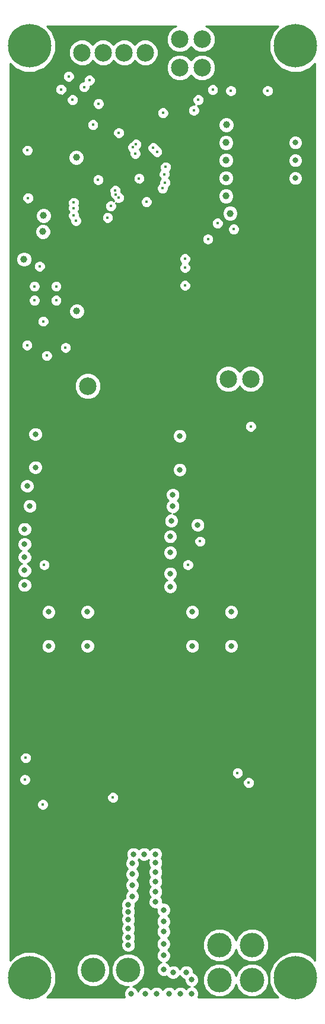
<source format=gbr>
G04 #@! TF.FileFunction,Copper,L3,Inr,Signal*
%FSLAX46Y46*%
G04 Gerber Fmt 4.6, Leading zero omitted, Abs format (unit mm)*
G04 Created by KiCad (PCBNEW 4.0.6) date 07/27/19 23:28:40*
%MOMM*%
%LPD*%
G01*
G04 APERTURE LIST*
%ADD10C,0.100000*%
%ADD11C,2.500000*%
%ADD12C,3.500000*%
%ADD13C,6.200000*%
%ADD14C,1.000000*%
%ADD15C,0.800000*%
%ADD16C,0.400000*%
%ADD17C,0.254000*%
G04 APERTURE END LIST*
D10*
D11*
X78150000Y-32550000D03*
X74950000Y-32550000D03*
X78150000Y-36600000D03*
X74950000Y-36600000D03*
D12*
X67600000Y-165400000D03*
X62600000Y-165400000D03*
X80650000Y-166800000D03*
X80650000Y-161800000D03*
X85300000Y-166800000D03*
X85300000Y-161800000D03*
D11*
X61824000Y-82042000D03*
X65024000Y-82042000D03*
X70000000Y-34450000D03*
X67000000Y-34450000D03*
X64000000Y-34450000D03*
X61000000Y-34450000D03*
D13*
X91500000Y-166500000D03*
X53500000Y-33500000D03*
X91500000Y-33500000D03*
X53500000Y-166500000D03*
D11*
X81890000Y-81026000D03*
X85090000Y-81026000D03*
D14*
X60250000Y-71350000D03*
X52700000Y-63950000D03*
X81550000Y-54900000D03*
X82150000Y-57400000D03*
X55500000Y-57700000D03*
X55400000Y-60000000D03*
X60200000Y-49400000D03*
X81550000Y-49800000D03*
X81550000Y-47300000D03*
X81600000Y-44750000D03*
X81550000Y-52350000D03*
D15*
X73600000Y-103500000D03*
X73600000Y-105800000D03*
X73600000Y-108800000D03*
X73600000Y-110650000D03*
X52800000Y-102450000D03*
X52800000Y-104600000D03*
X52800000Y-106450000D03*
X52800000Y-108350000D03*
X68000000Y-168750000D03*
X70000000Y-168750000D03*
X71650000Y-168750000D03*
X73400000Y-168750000D03*
X75050000Y-168750000D03*
X76650000Y-168750000D03*
X76650000Y-166750000D03*
X75900000Y-165700000D03*
X74000000Y-165700000D03*
X72650000Y-165250000D03*
X72650000Y-163300000D03*
X72650000Y-161650000D03*
X72650000Y-159900000D03*
X72650000Y-158450000D03*
X72650000Y-156800000D03*
X71500000Y-155650000D03*
X71500000Y-154200000D03*
X71500000Y-152750000D03*
X71500000Y-151400000D03*
X71500000Y-150050000D03*
X71450000Y-148850000D03*
X69850000Y-148850000D03*
X68331370Y-148850000D03*
X68165685Y-150150000D03*
X68165685Y-151700000D03*
X68165685Y-153250000D03*
X68165685Y-154850000D03*
X67600000Y-161800000D03*
X67600000Y-160750000D03*
X67600000Y-159450000D03*
X67600000Y-158150000D03*
X67600000Y-157050000D03*
X67600000Y-156050000D03*
X52800000Y-110450000D03*
X61775000Y-119125000D03*
X56225000Y-119125000D03*
X61775000Y-114275000D03*
X56225000Y-114275000D03*
X53550000Y-99150000D03*
X53150000Y-96300000D03*
X54350000Y-93650000D03*
X54350000Y-88900000D03*
X73750000Y-101250000D03*
X77502000Y-101854000D03*
X73950000Y-99200000D03*
X73950000Y-97550000D03*
X74954000Y-93980000D03*
X74954000Y-89154000D03*
X76746000Y-119126000D03*
X82296000Y-119126000D03*
X82296000Y-114276000D03*
X76746000Y-114276000D03*
D16*
X55963000Y-77700000D03*
X84800000Y-138650000D03*
X62550000Y-44750000D03*
X69145010Y-52400000D03*
X58000000Y-39700000D03*
X75700000Y-67680000D03*
X75700000Y-65140000D03*
X75700000Y-63870000D03*
X57300000Y-69800000D03*
X57300000Y-67800000D03*
X54200000Y-69800000D03*
X54200000Y-67800000D03*
D15*
X91450000Y-52360000D03*
X91450000Y-49820000D03*
X91450000Y-47280000D03*
D16*
X87500000Y-39900000D03*
X82250000Y-39900000D03*
X53300000Y-55200000D03*
X53200000Y-48400000D03*
X64650000Y-58000000D03*
X66250000Y-45900000D03*
X63300000Y-52600000D03*
X77600000Y-41188700D03*
X76950000Y-42700000D03*
X72550000Y-43050000D03*
X62050000Y-38400000D03*
X61300000Y-39350000D03*
X53149500Y-76200000D03*
X54950000Y-64950000D03*
D15*
X59900000Y-87300000D03*
X59900000Y-88900000D03*
X68100000Y-84200000D03*
X68100000Y-82000000D03*
D16*
X65024000Y-87798000D03*
X57300000Y-104150000D03*
X86400000Y-138650000D03*
X51250000Y-52800000D03*
X71717705Y-54775793D03*
X58000000Y-41200000D03*
X70800000Y-62600000D03*
X75700000Y-62600000D03*
X60050000Y-44800000D03*
D15*
X91450000Y-54900000D03*
X91450000Y-59980000D03*
X91450000Y-57440000D03*
D16*
X51800000Y-60000000D03*
X51800000Y-57700000D03*
X51550000Y-48750000D03*
X51800000Y-55200000D03*
X63150000Y-58000000D03*
X66250000Y-47400000D03*
X72550000Y-41550000D03*
X67000000Y-39850000D03*
X59804990Y-57716195D03*
X70200000Y-55755021D03*
X60132078Y-58440707D03*
X65100000Y-56350000D03*
X71150000Y-48050000D03*
X71700000Y-48600000D03*
X78971770Y-61065001D03*
X72750000Y-51800000D03*
X80350000Y-58800000D03*
X72929315Y-50770685D03*
X59804990Y-55850000D03*
X72850000Y-53000000D03*
X59804990Y-56630888D03*
X72500000Y-53800000D03*
X52950000Y-135100000D03*
X83200000Y-137250000D03*
X65750000Y-54150000D03*
X68700000Y-47550000D03*
X65816041Y-54675882D03*
X68260630Y-47980740D03*
X68605602Y-48863072D03*
X66250000Y-55150000D03*
X82650000Y-59650000D03*
X63350000Y-41750000D03*
X59650000Y-41200000D03*
X79650000Y-39750000D03*
X58650000Y-76550000D03*
X76121000Y-107551000D03*
X55600000Y-107550000D03*
X52850000Y-138200000D03*
X85090000Y-87798000D03*
X77850000Y-104200000D03*
X55450000Y-72800000D03*
X59100000Y-37850000D03*
X65400000Y-140750000D03*
X55400000Y-141750000D03*
D17*
G36*
X73883628Y-30951043D02*
X73352907Y-31480839D01*
X73065328Y-32173405D01*
X73064674Y-32923305D01*
X73351043Y-33616372D01*
X73880839Y-34147093D01*
X74573405Y-34434672D01*
X75323305Y-34435326D01*
X76016372Y-34148957D01*
X76547093Y-33619161D01*
X76549650Y-33613002D01*
X76551043Y-33616372D01*
X77080839Y-34147093D01*
X77773405Y-34434672D01*
X78523305Y-34435326D01*
X79216372Y-34148957D01*
X79747093Y-33619161D01*
X80034672Y-32926595D01*
X80035326Y-32176695D01*
X79748957Y-31483628D01*
X79219161Y-30952907D01*
X78634177Y-30710000D01*
X89008170Y-30710000D01*
X88335467Y-31381530D01*
X87765650Y-32753803D01*
X87764353Y-34239678D01*
X88331775Y-35612944D01*
X89381530Y-36664533D01*
X90753803Y-37234350D01*
X92239678Y-37235647D01*
X93612944Y-36668225D01*
X94290000Y-35992350D01*
X94290000Y-164008170D01*
X93618470Y-163335467D01*
X92246197Y-162765650D01*
X90760322Y-162764353D01*
X89387056Y-163331775D01*
X88335467Y-164381530D01*
X87765650Y-165753803D01*
X87764353Y-167239678D01*
X88331775Y-168612944D01*
X89007650Y-169290000D01*
X77546454Y-169290000D01*
X77684820Y-168956777D01*
X77685179Y-168545029D01*
X77527942Y-168164485D01*
X77237046Y-167873081D01*
X76940373Y-167749892D01*
X77235515Y-167627942D01*
X77526919Y-167337046D01*
X77553793Y-167272325D01*
X78264587Y-167272325D01*
X78626916Y-168149229D01*
X79297242Y-168820726D01*
X80173513Y-169184585D01*
X81122325Y-169185413D01*
X81999229Y-168823084D01*
X82670726Y-168152758D01*
X82975300Y-167419262D01*
X83276916Y-168149229D01*
X83947242Y-168820726D01*
X84823513Y-169184585D01*
X85772325Y-169185413D01*
X86649229Y-168823084D01*
X87320726Y-168152758D01*
X87684585Y-167276487D01*
X87685413Y-166327675D01*
X87323084Y-165450771D01*
X86652758Y-164779274D01*
X85776487Y-164415415D01*
X84827675Y-164414587D01*
X83950771Y-164776916D01*
X83279274Y-165447242D01*
X82974700Y-166180738D01*
X82673084Y-165450771D01*
X82002758Y-164779274D01*
X81126487Y-164415415D01*
X80177675Y-164414587D01*
X79300771Y-164776916D01*
X78629274Y-165447242D01*
X78265415Y-166323513D01*
X78264587Y-167272325D01*
X77553793Y-167272325D01*
X77684820Y-166956777D01*
X77685179Y-166545029D01*
X77527942Y-166164485D01*
X77237046Y-165873081D01*
X76934959Y-165747644D01*
X76935179Y-165495029D01*
X76777942Y-165114485D01*
X76487046Y-164823081D01*
X76106777Y-164665180D01*
X75695029Y-164664821D01*
X75314485Y-164822058D01*
X75023081Y-165112954D01*
X74950015Y-165288916D01*
X74877942Y-165114485D01*
X74587046Y-164823081D01*
X74206777Y-164665180D01*
X73795029Y-164664821D01*
X73567010Y-164759036D01*
X73527942Y-164664485D01*
X73237046Y-164373081D01*
X73000728Y-164274954D01*
X73235515Y-164177942D01*
X73526919Y-163887046D01*
X73684820Y-163506777D01*
X73685179Y-163095029D01*
X73527942Y-162714485D01*
X73288712Y-162474837D01*
X73491578Y-162272325D01*
X78264587Y-162272325D01*
X78626916Y-163149229D01*
X79297242Y-163820726D01*
X80173513Y-164184585D01*
X81122325Y-164185413D01*
X81999229Y-163823084D01*
X82670726Y-163152758D01*
X82975300Y-162419262D01*
X83276916Y-163149229D01*
X83947242Y-163820726D01*
X84823513Y-164184585D01*
X85772325Y-164185413D01*
X86649229Y-163823084D01*
X87320726Y-163152758D01*
X87684585Y-162276487D01*
X87685413Y-161327675D01*
X87323084Y-160450771D01*
X86652758Y-159779274D01*
X85776487Y-159415415D01*
X84827675Y-159414587D01*
X83950771Y-159776916D01*
X83279274Y-160447242D01*
X82974700Y-161180738D01*
X82673084Y-160450771D01*
X82002758Y-159779274D01*
X81126487Y-159415415D01*
X80177675Y-159414587D01*
X79300771Y-159776916D01*
X78629274Y-160447242D01*
X78265415Y-161323513D01*
X78264587Y-162272325D01*
X73491578Y-162272325D01*
X73526919Y-162237046D01*
X73684820Y-161856777D01*
X73685179Y-161445029D01*
X73527942Y-161064485D01*
X73238712Y-160774750D01*
X73526919Y-160487046D01*
X73684820Y-160106777D01*
X73685179Y-159695029D01*
X73527942Y-159314485D01*
X73388712Y-159175012D01*
X73526919Y-159037046D01*
X73684820Y-158656777D01*
X73685179Y-158245029D01*
X73527942Y-157864485D01*
X73288712Y-157624837D01*
X73526919Y-157387046D01*
X73684820Y-157006777D01*
X73685179Y-156595029D01*
X73527942Y-156214485D01*
X73237046Y-155923081D01*
X72856777Y-155765180D01*
X72534900Y-155764899D01*
X72535179Y-155445029D01*
X72377942Y-155064485D01*
X72238712Y-154925012D01*
X72376919Y-154787046D01*
X72534820Y-154406777D01*
X72535179Y-153995029D01*
X72377942Y-153614485D01*
X72238712Y-153475012D01*
X72376919Y-153337046D01*
X72534820Y-152956777D01*
X72535179Y-152545029D01*
X72377942Y-152164485D01*
X72288712Y-152075099D01*
X72376919Y-151987046D01*
X72534820Y-151606777D01*
X72535179Y-151195029D01*
X72377942Y-150814485D01*
X72288712Y-150725099D01*
X72376919Y-150637046D01*
X72534820Y-150256777D01*
X72535179Y-149845029D01*
X72377942Y-149464485D01*
X72333861Y-149420327D01*
X72484820Y-149056777D01*
X72485179Y-148645029D01*
X72327942Y-148264485D01*
X72037046Y-147973081D01*
X71656777Y-147815180D01*
X71245029Y-147814821D01*
X70864485Y-147972058D01*
X70649881Y-148186288D01*
X70437046Y-147973081D01*
X70056777Y-147815180D01*
X69645029Y-147814821D01*
X69264485Y-147972058D01*
X69090637Y-148145603D01*
X68918416Y-147973081D01*
X68538147Y-147815180D01*
X68126399Y-147814821D01*
X67745855Y-147972058D01*
X67454451Y-148262954D01*
X67296550Y-148643223D01*
X67296191Y-149054971D01*
X67442623Y-149409365D01*
X67288766Y-149562954D01*
X67130865Y-149943223D01*
X67130506Y-150354971D01*
X67287743Y-150735515D01*
X67476973Y-150925075D01*
X67288766Y-151112954D01*
X67130865Y-151493223D01*
X67130506Y-151904971D01*
X67287743Y-152285515D01*
X67476973Y-152475075D01*
X67288766Y-152662954D01*
X67130865Y-153043223D01*
X67130506Y-153454971D01*
X67287743Y-153835515D01*
X67501973Y-154050119D01*
X67288766Y-154262954D01*
X67130865Y-154643223D01*
X67130506Y-155054971D01*
X67154911Y-155114035D01*
X67014485Y-155172058D01*
X66723081Y-155462954D01*
X66565180Y-155843223D01*
X66564821Y-156254971D01*
X66686830Y-156550256D01*
X66565180Y-156843223D01*
X66564821Y-157254971D01*
X66707540Y-157600380D01*
X66565180Y-157943223D01*
X66564821Y-158354971D01*
X66722058Y-158735515D01*
X66786288Y-158799857D01*
X66723081Y-158862954D01*
X66565180Y-159243223D01*
X66564821Y-159654971D01*
X66722058Y-160035515D01*
X66786288Y-160099857D01*
X66723081Y-160162954D01*
X66565180Y-160543223D01*
X66564821Y-160954971D01*
X66697185Y-161275318D01*
X66565180Y-161593223D01*
X66564821Y-162004971D01*
X66722058Y-162385515D01*
X67012954Y-162676919D01*
X67393223Y-162834820D01*
X67804971Y-162835179D01*
X68185515Y-162677942D01*
X68476919Y-162387046D01*
X68634820Y-162006777D01*
X68635179Y-161595029D01*
X68502815Y-161274682D01*
X68634820Y-160956777D01*
X68635179Y-160545029D01*
X68477942Y-160164485D01*
X68413712Y-160100143D01*
X68476919Y-160037046D01*
X68634820Y-159656777D01*
X68635179Y-159245029D01*
X68477942Y-158864485D01*
X68413712Y-158800143D01*
X68476919Y-158737046D01*
X68634820Y-158356777D01*
X68635179Y-157945029D01*
X68492460Y-157599620D01*
X68634820Y-157256777D01*
X68635179Y-156845029D01*
X68513170Y-156549744D01*
X68634820Y-156256777D01*
X68635179Y-155845029D01*
X68610774Y-155785965D01*
X68751200Y-155727942D01*
X69042604Y-155437046D01*
X69200505Y-155056777D01*
X69200864Y-154645029D01*
X69043627Y-154264485D01*
X68829397Y-154049881D01*
X69042604Y-153837046D01*
X69200505Y-153456777D01*
X69200864Y-153045029D01*
X69043627Y-152664485D01*
X68854397Y-152474925D01*
X69042604Y-152287046D01*
X69200505Y-151906777D01*
X69200864Y-151495029D01*
X69043627Y-151114485D01*
X68854397Y-150924925D01*
X69042604Y-150737046D01*
X69200505Y-150356777D01*
X69200864Y-149945029D01*
X69054432Y-149590635D01*
X69090733Y-149554397D01*
X69262954Y-149726919D01*
X69643223Y-149884820D01*
X70054971Y-149885179D01*
X70435515Y-149727942D01*
X70567941Y-149595747D01*
X70465180Y-149843223D01*
X70464821Y-150254971D01*
X70622058Y-150635515D01*
X70711288Y-150724901D01*
X70623081Y-150812954D01*
X70465180Y-151193223D01*
X70464821Y-151604971D01*
X70622058Y-151985515D01*
X70711288Y-152074901D01*
X70623081Y-152162954D01*
X70465180Y-152543223D01*
X70464821Y-152954971D01*
X70622058Y-153335515D01*
X70761288Y-153474988D01*
X70623081Y-153612954D01*
X70465180Y-153993223D01*
X70464821Y-154404971D01*
X70622058Y-154785515D01*
X70761288Y-154924988D01*
X70623081Y-155062954D01*
X70465180Y-155443223D01*
X70464821Y-155854971D01*
X70622058Y-156235515D01*
X70912954Y-156526919D01*
X71293223Y-156684820D01*
X71615100Y-156685101D01*
X71614821Y-157004971D01*
X71772058Y-157385515D01*
X72011288Y-157625163D01*
X71773081Y-157862954D01*
X71615180Y-158243223D01*
X71614821Y-158654971D01*
X71772058Y-159035515D01*
X71911288Y-159174988D01*
X71773081Y-159312954D01*
X71615180Y-159693223D01*
X71614821Y-160104971D01*
X71772058Y-160485515D01*
X72061288Y-160775250D01*
X71773081Y-161062954D01*
X71615180Y-161443223D01*
X71614821Y-161854971D01*
X71772058Y-162235515D01*
X72011288Y-162475163D01*
X71773081Y-162712954D01*
X71615180Y-163093223D01*
X71614821Y-163504971D01*
X71772058Y-163885515D01*
X72062954Y-164176919D01*
X72299272Y-164275046D01*
X72064485Y-164372058D01*
X71773081Y-164662954D01*
X71615180Y-165043223D01*
X71614821Y-165454971D01*
X71772058Y-165835515D01*
X72062954Y-166126919D01*
X72443223Y-166284820D01*
X72854971Y-166285179D01*
X73082990Y-166190964D01*
X73122058Y-166285515D01*
X73412954Y-166576919D01*
X73793223Y-166734820D01*
X74204971Y-166735179D01*
X74585515Y-166577942D01*
X74876919Y-166287046D01*
X74949985Y-166111084D01*
X75022058Y-166285515D01*
X75312954Y-166576919D01*
X75615041Y-166702356D01*
X75614821Y-166954971D01*
X75772058Y-167335515D01*
X76062954Y-167626919D01*
X76359627Y-167750108D01*
X76064485Y-167872058D01*
X75849881Y-168086288D01*
X75637046Y-167873081D01*
X75256777Y-167715180D01*
X74845029Y-167714821D01*
X74464485Y-167872058D01*
X74224837Y-168111288D01*
X73987046Y-167873081D01*
X73606777Y-167715180D01*
X73195029Y-167714821D01*
X72814485Y-167872058D01*
X72524750Y-168161288D01*
X72237046Y-167873081D01*
X71856777Y-167715180D01*
X71445029Y-167714821D01*
X71064485Y-167872058D01*
X70824837Y-168111288D01*
X70587046Y-167873081D01*
X70206777Y-167715180D01*
X69795029Y-167714821D01*
X69414485Y-167872058D01*
X69123081Y-168162954D01*
X68999892Y-168459627D01*
X68877942Y-168164485D01*
X68587046Y-167873081D01*
X68224496Y-167722537D01*
X68949229Y-167423084D01*
X69620726Y-166752758D01*
X69984585Y-165876487D01*
X69985413Y-164927675D01*
X69623084Y-164050771D01*
X68952758Y-163379274D01*
X68076487Y-163015415D01*
X67127675Y-163014587D01*
X66250771Y-163376916D01*
X65579274Y-164047242D01*
X65215415Y-164923513D01*
X65214587Y-165872325D01*
X65576916Y-166749229D01*
X66247242Y-167420726D01*
X67123513Y-167784585D01*
X67625127Y-167785023D01*
X67414485Y-167872058D01*
X67123081Y-168162954D01*
X66965180Y-168543223D01*
X66964821Y-168954971D01*
X67103252Y-169290000D01*
X55991830Y-169290000D01*
X56664533Y-168618470D01*
X57234350Y-167246197D01*
X57235549Y-165872325D01*
X60214587Y-165872325D01*
X60576916Y-166749229D01*
X61247242Y-167420726D01*
X62123513Y-167784585D01*
X63072325Y-167785413D01*
X63949229Y-167423084D01*
X64620726Y-166752758D01*
X64984585Y-165876487D01*
X64985413Y-164927675D01*
X64623084Y-164050771D01*
X63952758Y-163379274D01*
X63076487Y-163015415D01*
X62127675Y-163014587D01*
X61250771Y-163376916D01*
X60579274Y-164047242D01*
X60215415Y-164923513D01*
X60214587Y-165872325D01*
X57235549Y-165872325D01*
X57235647Y-165760322D01*
X56668225Y-164387056D01*
X55618470Y-163335467D01*
X54246197Y-162765650D01*
X52760322Y-162764353D01*
X51387056Y-163331775D01*
X50710000Y-164007650D01*
X50710000Y-141915363D01*
X54564855Y-141915363D01*
X54691708Y-142222372D01*
X54926393Y-142457466D01*
X55233179Y-142584855D01*
X55565363Y-142585145D01*
X55872372Y-142458292D01*
X56107466Y-142223607D01*
X56234855Y-141916821D01*
X56235145Y-141584637D01*
X56108292Y-141277628D01*
X55873607Y-141042534D01*
X55567347Y-140915363D01*
X64564855Y-140915363D01*
X64691708Y-141222372D01*
X64926393Y-141457466D01*
X65233179Y-141584855D01*
X65565363Y-141585145D01*
X65872372Y-141458292D01*
X66107466Y-141223607D01*
X66234855Y-140916821D01*
X66235145Y-140584637D01*
X66108292Y-140277628D01*
X65873607Y-140042534D01*
X65566821Y-139915145D01*
X65234637Y-139914855D01*
X64927628Y-140041708D01*
X64692534Y-140276393D01*
X64565145Y-140583179D01*
X64564855Y-140915363D01*
X55567347Y-140915363D01*
X55566821Y-140915145D01*
X55234637Y-140914855D01*
X54927628Y-141041708D01*
X54692534Y-141276393D01*
X54565145Y-141583179D01*
X54564855Y-141915363D01*
X50710000Y-141915363D01*
X50710000Y-138365363D01*
X52014855Y-138365363D01*
X52141708Y-138672372D01*
X52376393Y-138907466D01*
X52683179Y-139034855D01*
X53015363Y-139035145D01*
X53322372Y-138908292D01*
X53415462Y-138815363D01*
X83964855Y-138815363D01*
X84091708Y-139122372D01*
X84326393Y-139357466D01*
X84633179Y-139484855D01*
X84965363Y-139485145D01*
X85272372Y-139358292D01*
X85507466Y-139123607D01*
X85634855Y-138816821D01*
X85635145Y-138484637D01*
X85508292Y-138177628D01*
X85273607Y-137942534D01*
X84966821Y-137815145D01*
X84634637Y-137814855D01*
X84327628Y-137941708D01*
X84092534Y-138176393D01*
X83965145Y-138483179D01*
X83964855Y-138815363D01*
X53415462Y-138815363D01*
X53557466Y-138673607D01*
X53684855Y-138366821D01*
X53685145Y-138034637D01*
X53558292Y-137727628D01*
X53323607Y-137492534D01*
X53137760Y-137415363D01*
X82364855Y-137415363D01*
X82491708Y-137722372D01*
X82726393Y-137957466D01*
X83033179Y-138084855D01*
X83365363Y-138085145D01*
X83672372Y-137958292D01*
X83907466Y-137723607D01*
X84034855Y-137416821D01*
X84035145Y-137084637D01*
X83908292Y-136777628D01*
X83673607Y-136542534D01*
X83366821Y-136415145D01*
X83034637Y-136414855D01*
X82727628Y-136541708D01*
X82492534Y-136776393D01*
X82365145Y-137083179D01*
X82364855Y-137415363D01*
X53137760Y-137415363D01*
X53016821Y-137365145D01*
X52684637Y-137364855D01*
X52377628Y-137491708D01*
X52142534Y-137726393D01*
X52015145Y-138033179D01*
X52014855Y-138365363D01*
X50710000Y-138365363D01*
X50710000Y-135265363D01*
X52114855Y-135265363D01*
X52241708Y-135572372D01*
X52476393Y-135807466D01*
X52783179Y-135934855D01*
X53115363Y-135935145D01*
X53422372Y-135808292D01*
X53657466Y-135573607D01*
X53784855Y-135266821D01*
X53785145Y-134934637D01*
X53658292Y-134627628D01*
X53423607Y-134392534D01*
X53116821Y-134265145D01*
X52784637Y-134264855D01*
X52477628Y-134391708D01*
X52242534Y-134626393D01*
X52115145Y-134933179D01*
X52114855Y-135265363D01*
X50710000Y-135265363D01*
X50710000Y-119329971D01*
X55189821Y-119329971D01*
X55347058Y-119710515D01*
X55637954Y-120001919D01*
X56018223Y-120159820D01*
X56429971Y-120160179D01*
X56810515Y-120002942D01*
X57101919Y-119712046D01*
X57259820Y-119331777D01*
X57259821Y-119329971D01*
X60739821Y-119329971D01*
X60897058Y-119710515D01*
X61187954Y-120001919D01*
X61568223Y-120159820D01*
X61979971Y-120160179D01*
X62360515Y-120002942D01*
X62651919Y-119712046D01*
X62809820Y-119331777D01*
X62809820Y-119330971D01*
X75710821Y-119330971D01*
X75868058Y-119711515D01*
X76158954Y-120002919D01*
X76539223Y-120160820D01*
X76950971Y-120161179D01*
X77331515Y-120003942D01*
X77622919Y-119713046D01*
X77780820Y-119332777D01*
X77780821Y-119330971D01*
X81260821Y-119330971D01*
X81418058Y-119711515D01*
X81708954Y-120002919D01*
X82089223Y-120160820D01*
X82500971Y-120161179D01*
X82881515Y-120003942D01*
X83172919Y-119713046D01*
X83330820Y-119332777D01*
X83331179Y-118921029D01*
X83173942Y-118540485D01*
X82883046Y-118249081D01*
X82502777Y-118091180D01*
X82091029Y-118090821D01*
X81710485Y-118248058D01*
X81419081Y-118538954D01*
X81261180Y-118919223D01*
X81260821Y-119330971D01*
X77780821Y-119330971D01*
X77781179Y-118921029D01*
X77623942Y-118540485D01*
X77333046Y-118249081D01*
X76952777Y-118091180D01*
X76541029Y-118090821D01*
X76160485Y-118248058D01*
X75869081Y-118538954D01*
X75711180Y-118919223D01*
X75710821Y-119330971D01*
X62809820Y-119330971D01*
X62810179Y-118920029D01*
X62652942Y-118539485D01*
X62362046Y-118248081D01*
X61981777Y-118090180D01*
X61570029Y-118089821D01*
X61189485Y-118247058D01*
X60898081Y-118537954D01*
X60740180Y-118918223D01*
X60739821Y-119329971D01*
X57259821Y-119329971D01*
X57260179Y-118920029D01*
X57102942Y-118539485D01*
X56812046Y-118248081D01*
X56431777Y-118090180D01*
X56020029Y-118089821D01*
X55639485Y-118247058D01*
X55348081Y-118537954D01*
X55190180Y-118918223D01*
X55189821Y-119329971D01*
X50710000Y-119329971D01*
X50710000Y-114479971D01*
X55189821Y-114479971D01*
X55347058Y-114860515D01*
X55637954Y-115151919D01*
X56018223Y-115309820D01*
X56429971Y-115310179D01*
X56810515Y-115152942D01*
X57101919Y-114862046D01*
X57259820Y-114481777D01*
X57259821Y-114479971D01*
X60739821Y-114479971D01*
X60897058Y-114860515D01*
X61187954Y-115151919D01*
X61568223Y-115309820D01*
X61979971Y-115310179D01*
X62360515Y-115152942D01*
X62651919Y-114862046D01*
X62809820Y-114481777D01*
X62809820Y-114480971D01*
X75710821Y-114480971D01*
X75868058Y-114861515D01*
X76158954Y-115152919D01*
X76539223Y-115310820D01*
X76950971Y-115311179D01*
X77331515Y-115153942D01*
X77622919Y-114863046D01*
X77780820Y-114482777D01*
X77780821Y-114480971D01*
X81260821Y-114480971D01*
X81418058Y-114861515D01*
X81708954Y-115152919D01*
X82089223Y-115310820D01*
X82500971Y-115311179D01*
X82881515Y-115153942D01*
X83172919Y-114863046D01*
X83330820Y-114482777D01*
X83331179Y-114071029D01*
X83173942Y-113690485D01*
X82883046Y-113399081D01*
X82502777Y-113241180D01*
X82091029Y-113240821D01*
X81710485Y-113398058D01*
X81419081Y-113688954D01*
X81261180Y-114069223D01*
X81260821Y-114480971D01*
X77780821Y-114480971D01*
X77781179Y-114071029D01*
X77623942Y-113690485D01*
X77333046Y-113399081D01*
X76952777Y-113241180D01*
X76541029Y-113240821D01*
X76160485Y-113398058D01*
X75869081Y-113688954D01*
X75711180Y-114069223D01*
X75710821Y-114480971D01*
X62809820Y-114480971D01*
X62810179Y-114070029D01*
X62652942Y-113689485D01*
X62362046Y-113398081D01*
X61981777Y-113240180D01*
X61570029Y-113239821D01*
X61189485Y-113397058D01*
X60898081Y-113687954D01*
X60740180Y-114068223D01*
X60739821Y-114479971D01*
X57259821Y-114479971D01*
X57260179Y-114070029D01*
X57102942Y-113689485D01*
X56812046Y-113398081D01*
X56431777Y-113240180D01*
X56020029Y-113239821D01*
X55639485Y-113397058D01*
X55348081Y-113687954D01*
X55190180Y-114068223D01*
X55189821Y-114479971D01*
X50710000Y-114479971D01*
X50710000Y-110654971D01*
X51764821Y-110654971D01*
X51922058Y-111035515D01*
X52212954Y-111326919D01*
X52593223Y-111484820D01*
X53004971Y-111485179D01*
X53385515Y-111327942D01*
X53676919Y-111037046D01*
X53834820Y-110656777D01*
X53835179Y-110245029D01*
X53677942Y-109864485D01*
X53387046Y-109573081D01*
X53006777Y-109415180D01*
X52595029Y-109414821D01*
X52214485Y-109572058D01*
X51923081Y-109862954D01*
X51765180Y-110243223D01*
X51764821Y-110654971D01*
X50710000Y-110654971D01*
X50710000Y-104804971D01*
X51764821Y-104804971D01*
X51922058Y-105185515D01*
X52212954Y-105476919D01*
X52328561Y-105524923D01*
X52214485Y-105572058D01*
X51923081Y-105862954D01*
X51765180Y-106243223D01*
X51764821Y-106654971D01*
X51922058Y-107035515D01*
X52212954Y-107326919D01*
X52388916Y-107399985D01*
X52214485Y-107472058D01*
X51923081Y-107762954D01*
X51765180Y-108143223D01*
X51764821Y-108554971D01*
X51922058Y-108935515D01*
X52212954Y-109226919D01*
X52593223Y-109384820D01*
X53004971Y-109385179D01*
X53385515Y-109227942D01*
X53608875Y-109004971D01*
X72564821Y-109004971D01*
X72722058Y-109385515D01*
X73012954Y-109676919D01*
X73128561Y-109724923D01*
X73014485Y-109772058D01*
X72723081Y-110062954D01*
X72565180Y-110443223D01*
X72564821Y-110854971D01*
X72722058Y-111235515D01*
X73012954Y-111526919D01*
X73393223Y-111684820D01*
X73804971Y-111685179D01*
X74185515Y-111527942D01*
X74476919Y-111237046D01*
X74634820Y-110856777D01*
X74635179Y-110445029D01*
X74477942Y-110064485D01*
X74187046Y-109773081D01*
X74071439Y-109725077D01*
X74185515Y-109677942D01*
X74476919Y-109387046D01*
X74634820Y-109006777D01*
X74635179Y-108595029D01*
X74477942Y-108214485D01*
X74187046Y-107923081D01*
X73806777Y-107765180D01*
X73395029Y-107764821D01*
X73014485Y-107922058D01*
X72723081Y-108212954D01*
X72565180Y-108593223D01*
X72564821Y-109004971D01*
X53608875Y-109004971D01*
X53676919Y-108937046D01*
X53834820Y-108556777D01*
X53835179Y-108145029D01*
X53677942Y-107764485D01*
X53628906Y-107715363D01*
X54764855Y-107715363D01*
X54891708Y-108022372D01*
X55126393Y-108257466D01*
X55433179Y-108384855D01*
X55765363Y-108385145D01*
X56072372Y-108258292D01*
X56307466Y-108023607D01*
X56434855Y-107716821D01*
X56434855Y-107716363D01*
X75285855Y-107716363D01*
X75412708Y-108023372D01*
X75647393Y-108258466D01*
X75954179Y-108385855D01*
X76286363Y-108386145D01*
X76593372Y-108259292D01*
X76828466Y-108024607D01*
X76955855Y-107717821D01*
X76956145Y-107385637D01*
X76829292Y-107078628D01*
X76594607Y-106843534D01*
X76287821Y-106716145D01*
X75955637Y-106715855D01*
X75648628Y-106842708D01*
X75413534Y-107077393D01*
X75286145Y-107384179D01*
X75285855Y-107716363D01*
X56434855Y-107716363D01*
X56435145Y-107384637D01*
X56308292Y-107077628D01*
X56073607Y-106842534D01*
X55766821Y-106715145D01*
X55434637Y-106714855D01*
X55127628Y-106841708D01*
X54892534Y-107076393D01*
X54765145Y-107383179D01*
X54764855Y-107715363D01*
X53628906Y-107715363D01*
X53387046Y-107473081D01*
X53211084Y-107400015D01*
X53385515Y-107327942D01*
X53676919Y-107037046D01*
X53834820Y-106656777D01*
X53835179Y-106245029D01*
X53735990Y-106004971D01*
X72564821Y-106004971D01*
X72722058Y-106385515D01*
X73012954Y-106676919D01*
X73393223Y-106834820D01*
X73804971Y-106835179D01*
X74185515Y-106677942D01*
X74476919Y-106387046D01*
X74634820Y-106006777D01*
X74635179Y-105595029D01*
X74477942Y-105214485D01*
X74187046Y-104923081D01*
X73806777Y-104765180D01*
X73395029Y-104764821D01*
X73014485Y-104922058D01*
X72723081Y-105212954D01*
X72565180Y-105593223D01*
X72564821Y-106004971D01*
X53735990Y-106004971D01*
X53677942Y-105864485D01*
X53387046Y-105573081D01*
X53271439Y-105525077D01*
X53385515Y-105477942D01*
X53676919Y-105187046D01*
X53834820Y-104806777D01*
X53835179Y-104395029D01*
X53677942Y-104014485D01*
X53387046Y-103723081D01*
X53343433Y-103704971D01*
X72564821Y-103704971D01*
X72722058Y-104085515D01*
X73012954Y-104376919D01*
X73393223Y-104534820D01*
X73804971Y-104535179D01*
X74185515Y-104377942D01*
X74198115Y-104365363D01*
X77014855Y-104365363D01*
X77141708Y-104672372D01*
X77376393Y-104907466D01*
X77683179Y-105034855D01*
X78015363Y-105035145D01*
X78322372Y-104908292D01*
X78557466Y-104673607D01*
X78684855Y-104366821D01*
X78685145Y-104034637D01*
X78558292Y-103727628D01*
X78323607Y-103492534D01*
X78016821Y-103365145D01*
X77684637Y-103364855D01*
X77377628Y-103491708D01*
X77142534Y-103726393D01*
X77015145Y-104033179D01*
X77014855Y-104365363D01*
X74198115Y-104365363D01*
X74476919Y-104087046D01*
X74634820Y-103706777D01*
X74635179Y-103295029D01*
X74477942Y-102914485D01*
X74187046Y-102623081D01*
X73806777Y-102465180D01*
X73395029Y-102464821D01*
X73014485Y-102622058D01*
X72723081Y-102912954D01*
X72565180Y-103293223D01*
X72564821Y-103704971D01*
X53343433Y-103704971D01*
X53006777Y-103565180D01*
X52595029Y-103564821D01*
X52214485Y-103722058D01*
X51923081Y-104012954D01*
X51765180Y-104393223D01*
X51764821Y-104804971D01*
X50710000Y-104804971D01*
X50710000Y-102654971D01*
X51764821Y-102654971D01*
X51922058Y-103035515D01*
X52212954Y-103326919D01*
X52593223Y-103484820D01*
X53004971Y-103485179D01*
X53385515Y-103327942D01*
X53676919Y-103037046D01*
X53834820Y-102656777D01*
X53835179Y-102245029D01*
X53677942Y-101864485D01*
X53387046Y-101573081D01*
X53102605Y-101454971D01*
X72714821Y-101454971D01*
X72872058Y-101835515D01*
X73162954Y-102126919D01*
X73543223Y-102284820D01*
X73954971Y-102285179D01*
X74335515Y-102127942D01*
X74404606Y-102058971D01*
X76466821Y-102058971D01*
X76624058Y-102439515D01*
X76914954Y-102730919D01*
X77295223Y-102888820D01*
X77706971Y-102889179D01*
X78087515Y-102731942D01*
X78378919Y-102441046D01*
X78536820Y-102060777D01*
X78537179Y-101649029D01*
X78379942Y-101268485D01*
X78089046Y-100977081D01*
X77708777Y-100819180D01*
X77297029Y-100818821D01*
X76916485Y-100976058D01*
X76625081Y-101266954D01*
X76467180Y-101647223D01*
X76466821Y-102058971D01*
X74404606Y-102058971D01*
X74626919Y-101837046D01*
X74784820Y-101456777D01*
X74785179Y-101045029D01*
X74627942Y-100664485D01*
X74337046Y-100373081D01*
X74004624Y-100235048D01*
X74154971Y-100235179D01*
X74535515Y-100077942D01*
X74826919Y-99787046D01*
X74984820Y-99406777D01*
X74985179Y-98995029D01*
X74827942Y-98614485D01*
X74588712Y-98374837D01*
X74826919Y-98137046D01*
X74984820Y-97756777D01*
X74985179Y-97345029D01*
X74827942Y-96964485D01*
X74537046Y-96673081D01*
X74156777Y-96515180D01*
X73745029Y-96514821D01*
X73364485Y-96672058D01*
X73073081Y-96962954D01*
X72915180Y-97343223D01*
X72914821Y-97754971D01*
X73072058Y-98135515D01*
X73311288Y-98375163D01*
X73073081Y-98612954D01*
X72915180Y-98993223D01*
X72914821Y-99404971D01*
X73072058Y-99785515D01*
X73362954Y-100076919D01*
X73695376Y-100214952D01*
X73545029Y-100214821D01*
X73164485Y-100372058D01*
X72873081Y-100662954D01*
X72715180Y-101043223D01*
X72714821Y-101454971D01*
X53102605Y-101454971D01*
X53006777Y-101415180D01*
X52595029Y-101414821D01*
X52214485Y-101572058D01*
X51923081Y-101862954D01*
X51765180Y-102243223D01*
X51764821Y-102654971D01*
X50710000Y-102654971D01*
X50710000Y-99354971D01*
X52514821Y-99354971D01*
X52672058Y-99735515D01*
X52962954Y-100026919D01*
X53343223Y-100184820D01*
X53754971Y-100185179D01*
X54135515Y-100027942D01*
X54426919Y-99737046D01*
X54584820Y-99356777D01*
X54585179Y-98945029D01*
X54427942Y-98564485D01*
X54137046Y-98273081D01*
X53756777Y-98115180D01*
X53345029Y-98114821D01*
X52964485Y-98272058D01*
X52673081Y-98562954D01*
X52515180Y-98943223D01*
X52514821Y-99354971D01*
X50710000Y-99354971D01*
X50710000Y-96504971D01*
X52114821Y-96504971D01*
X52272058Y-96885515D01*
X52562954Y-97176919D01*
X52943223Y-97334820D01*
X53354971Y-97335179D01*
X53735515Y-97177942D01*
X54026919Y-96887046D01*
X54184820Y-96506777D01*
X54185179Y-96095029D01*
X54027942Y-95714485D01*
X53737046Y-95423081D01*
X53356777Y-95265180D01*
X52945029Y-95264821D01*
X52564485Y-95422058D01*
X52273081Y-95712954D01*
X52115180Y-96093223D01*
X52114821Y-96504971D01*
X50710000Y-96504971D01*
X50710000Y-93854971D01*
X53314821Y-93854971D01*
X53472058Y-94235515D01*
X53762954Y-94526919D01*
X54143223Y-94684820D01*
X54554971Y-94685179D01*
X54935515Y-94527942D01*
X55226919Y-94237046D01*
X55248542Y-94184971D01*
X73918821Y-94184971D01*
X74076058Y-94565515D01*
X74366954Y-94856919D01*
X74747223Y-95014820D01*
X75158971Y-95015179D01*
X75539515Y-94857942D01*
X75830919Y-94567046D01*
X75988820Y-94186777D01*
X75989179Y-93775029D01*
X75831942Y-93394485D01*
X75541046Y-93103081D01*
X75160777Y-92945180D01*
X74749029Y-92944821D01*
X74368485Y-93102058D01*
X74077081Y-93392954D01*
X73919180Y-93773223D01*
X73918821Y-94184971D01*
X55248542Y-94184971D01*
X55384820Y-93856777D01*
X55385179Y-93445029D01*
X55227942Y-93064485D01*
X54937046Y-92773081D01*
X54556777Y-92615180D01*
X54145029Y-92614821D01*
X53764485Y-92772058D01*
X53473081Y-93062954D01*
X53315180Y-93443223D01*
X53314821Y-93854971D01*
X50710000Y-93854971D01*
X50710000Y-89104971D01*
X53314821Y-89104971D01*
X53472058Y-89485515D01*
X53762954Y-89776919D01*
X54143223Y-89934820D01*
X54554971Y-89935179D01*
X54935515Y-89777942D01*
X55226919Y-89487046D01*
X55280100Y-89358971D01*
X73918821Y-89358971D01*
X74076058Y-89739515D01*
X74366954Y-90030919D01*
X74747223Y-90188820D01*
X75158971Y-90189179D01*
X75539515Y-90031942D01*
X75830919Y-89741046D01*
X75988820Y-89360777D01*
X75989179Y-88949029D01*
X75831942Y-88568485D01*
X75541046Y-88277081D01*
X75160777Y-88119180D01*
X74749029Y-88118821D01*
X74368485Y-88276058D01*
X74077081Y-88566954D01*
X73919180Y-88947223D01*
X73918821Y-89358971D01*
X55280100Y-89358971D01*
X55384820Y-89106777D01*
X55385179Y-88695029D01*
X55227942Y-88314485D01*
X54937046Y-88023081D01*
X54793229Y-87963363D01*
X84254855Y-87963363D01*
X84381708Y-88270372D01*
X84616393Y-88505466D01*
X84923179Y-88632855D01*
X85255363Y-88633145D01*
X85562372Y-88506292D01*
X85797466Y-88271607D01*
X85924855Y-87964821D01*
X85925145Y-87632637D01*
X85798292Y-87325628D01*
X85563607Y-87090534D01*
X85256821Y-86963145D01*
X84924637Y-86962855D01*
X84617628Y-87089708D01*
X84382534Y-87324393D01*
X84255145Y-87631179D01*
X84254855Y-87963363D01*
X54793229Y-87963363D01*
X54556777Y-87865180D01*
X54145029Y-87864821D01*
X53764485Y-88022058D01*
X53473081Y-88312954D01*
X53315180Y-88693223D01*
X53314821Y-89104971D01*
X50710000Y-89104971D01*
X50710000Y-82415305D01*
X59938674Y-82415305D01*
X60225043Y-83108372D01*
X60754839Y-83639093D01*
X61447405Y-83926672D01*
X62197305Y-83927326D01*
X62890372Y-83640957D01*
X63421093Y-83111161D01*
X63708672Y-82418595D01*
X63709326Y-81668695D01*
X63598017Y-81399305D01*
X80004674Y-81399305D01*
X80291043Y-82092372D01*
X80820839Y-82623093D01*
X81513405Y-82910672D01*
X82263305Y-82911326D01*
X82956372Y-82624957D01*
X83487093Y-82095161D01*
X83489650Y-82089002D01*
X83491043Y-82092372D01*
X84020839Y-82623093D01*
X84713405Y-82910672D01*
X85463305Y-82911326D01*
X86156372Y-82624957D01*
X86687093Y-82095161D01*
X86974672Y-81402595D01*
X86975326Y-80652695D01*
X86688957Y-79959628D01*
X86159161Y-79428907D01*
X85466595Y-79141328D01*
X84716695Y-79140674D01*
X84023628Y-79427043D01*
X83492907Y-79956839D01*
X83490350Y-79962998D01*
X83488957Y-79959628D01*
X82959161Y-79428907D01*
X82266595Y-79141328D01*
X81516695Y-79140674D01*
X80823628Y-79427043D01*
X80292907Y-79956839D01*
X80005328Y-80649405D01*
X80004674Y-81399305D01*
X63598017Y-81399305D01*
X63422957Y-80975628D01*
X62893161Y-80444907D01*
X62200595Y-80157328D01*
X61450695Y-80156674D01*
X60757628Y-80443043D01*
X60226907Y-80972839D01*
X59939328Y-81665405D01*
X59938674Y-82415305D01*
X50710000Y-82415305D01*
X50710000Y-77865363D01*
X55127855Y-77865363D01*
X55254708Y-78172372D01*
X55489393Y-78407466D01*
X55796179Y-78534855D01*
X56128363Y-78535145D01*
X56435372Y-78408292D01*
X56670466Y-78173607D01*
X56797855Y-77866821D01*
X56798145Y-77534637D01*
X56671292Y-77227628D01*
X56436607Y-76992534D01*
X56129821Y-76865145D01*
X55797637Y-76864855D01*
X55490628Y-76991708D01*
X55255534Y-77226393D01*
X55128145Y-77533179D01*
X55127855Y-77865363D01*
X50710000Y-77865363D01*
X50710000Y-76365363D01*
X52314355Y-76365363D01*
X52441208Y-76672372D01*
X52675893Y-76907466D01*
X52982679Y-77034855D01*
X53314863Y-77035145D01*
X53621872Y-76908292D01*
X53815137Y-76715363D01*
X57814855Y-76715363D01*
X57941708Y-77022372D01*
X58176393Y-77257466D01*
X58483179Y-77384855D01*
X58815363Y-77385145D01*
X59122372Y-77258292D01*
X59357466Y-77023607D01*
X59484855Y-76716821D01*
X59485145Y-76384637D01*
X59358292Y-76077628D01*
X59123607Y-75842534D01*
X58816821Y-75715145D01*
X58484637Y-75714855D01*
X58177628Y-75841708D01*
X57942534Y-76076393D01*
X57815145Y-76383179D01*
X57814855Y-76715363D01*
X53815137Y-76715363D01*
X53856966Y-76673607D01*
X53984355Y-76366821D01*
X53984645Y-76034637D01*
X53857792Y-75727628D01*
X53623107Y-75492534D01*
X53316321Y-75365145D01*
X52984137Y-75364855D01*
X52677128Y-75491708D01*
X52442034Y-75726393D01*
X52314645Y-76033179D01*
X52314355Y-76365363D01*
X50710000Y-76365363D01*
X50710000Y-72965363D01*
X54614855Y-72965363D01*
X54741708Y-73272372D01*
X54976393Y-73507466D01*
X55283179Y-73634855D01*
X55615363Y-73635145D01*
X55922372Y-73508292D01*
X56157466Y-73273607D01*
X56284855Y-72966821D01*
X56285145Y-72634637D01*
X56158292Y-72327628D01*
X55923607Y-72092534D01*
X55616821Y-71965145D01*
X55284637Y-71964855D01*
X54977628Y-72091708D01*
X54742534Y-72326393D01*
X54615145Y-72633179D01*
X54614855Y-72965363D01*
X50710000Y-72965363D01*
X50710000Y-71574775D01*
X59114803Y-71574775D01*
X59287233Y-71992086D01*
X59606235Y-72311645D01*
X60023244Y-72484803D01*
X60474775Y-72485197D01*
X60892086Y-72312767D01*
X61211645Y-71993765D01*
X61384803Y-71576756D01*
X61385197Y-71125225D01*
X61212767Y-70707914D01*
X60893765Y-70388355D01*
X60476756Y-70215197D01*
X60025225Y-70214803D01*
X59607914Y-70387233D01*
X59288355Y-70706235D01*
X59115197Y-71123244D01*
X59114803Y-71574775D01*
X50710000Y-71574775D01*
X50710000Y-69965363D01*
X53364855Y-69965363D01*
X53491708Y-70272372D01*
X53726393Y-70507466D01*
X54033179Y-70634855D01*
X54365363Y-70635145D01*
X54672372Y-70508292D01*
X54907466Y-70273607D01*
X55034855Y-69966821D01*
X55034856Y-69965363D01*
X56464855Y-69965363D01*
X56591708Y-70272372D01*
X56826393Y-70507466D01*
X57133179Y-70634855D01*
X57465363Y-70635145D01*
X57772372Y-70508292D01*
X58007466Y-70273607D01*
X58134855Y-69966821D01*
X58135145Y-69634637D01*
X58008292Y-69327628D01*
X57773607Y-69092534D01*
X57466821Y-68965145D01*
X57134637Y-68964855D01*
X56827628Y-69091708D01*
X56592534Y-69326393D01*
X56465145Y-69633179D01*
X56464855Y-69965363D01*
X55034856Y-69965363D01*
X55035145Y-69634637D01*
X54908292Y-69327628D01*
X54673607Y-69092534D01*
X54366821Y-68965145D01*
X54034637Y-68964855D01*
X53727628Y-69091708D01*
X53492534Y-69326393D01*
X53365145Y-69633179D01*
X53364855Y-69965363D01*
X50710000Y-69965363D01*
X50710000Y-67965363D01*
X53364855Y-67965363D01*
X53491708Y-68272372D01*
X53726393Y-68507466D01*
X54033179Y-68634855D01*
X54365363Y-68635145D01*
X54672372Y-68508292D01*
X54907466Y-68273607D01*
X55034855Y-67966821D01*
X55034856Y-67965363D01*
X56464855Y-67965363D01*
X56591708Y-68272372D01*
X56826393Y-68507466D01*
X57133179Y-68634855D01*
X57465363Y-68635145D01*
X57772372Y-68508292D01*
X58007466Y-68273607D01*
X58134855Y-67966821D01*
X58134961Y-67845363D01*
X74864855Y-67845363D01*
X74991708Y-68152372D01*
X75226393Y-68387466D01*
X75533179Y-68514855D01*
X75865363Y-68515145D01*
X76172372Y-68388292D01*
X76407466Y-68153607D01*
X76534855Y-67846821D01*
X76535145Y-67514637D01*
X76408292Y-67207628D01*
X76173607Y-66972534D01*
X75866821Y-66845145D01*
X75534637Y-66844855D01*
X75227628Y-66971708D01*
X74992534Y-67206393D01*
X74865145Y-67513179D01*
X74864855Y-67845363D01*
X58134961Y-67845363D01*
X58135145Y-67634637D01*
X58008292Y-67327628D01*
X57773607Y-67092534D01*
X57466821Y-66965145D01*
X57134637Y-66964855D01*
X56827628Y-67091708D01*
X56592534Y-67326393D01*
X56465145Y-67633179D01*
X56464855Y-67965363D01*
X55034856Y-67965363D01*
X55035145Y-67634637D01*
X54908292Y-67327628D01*
X54673607Y-67092534D01*
X54366821Y-66965145D01*
X54034637Y-66964855D01*
X53727628Y-67091708D01*
X53492534Y-67326393D01*
X53365145Y-67633179D01*
X53364855Y-67965363D01*
X50710000Y-67965363D01*
X50710000Y-65115363D01*
X54114855Y-65115363D01*
X54241708Y-65422372D01*
X54476393Y-65657466D01*
X54783179Y-65784855D01*
X55115363Y-65785145D01*
X55422372Y-65658292D01*
X55657466Y-65423607D01*
X55784855Y-65116821D01*
X55785145Y-64784637D01*
X55658292Y-64477628D01*
X55423607Y-64242534D01*
X55116821Y-64115145D01*
X54784637Y-64114855D01*
X54477628Y-64241708D01*
X54242534Y-64476393D01*
X54115145Y-64783179D01*
X54114855Y-65115363D01*
X50710000Y-65115363D01*
X50710000Y-64174775D01*
X51564803Y-64174775D01*
X51737233Y-64592086D01*
X52056235Y-64911645D01*
X52473244Y-65084803D01*
X52924775Y-65085197D01*
X53342086Y-64912767D01*
X53661645Y-64593765D01*
X53834803Y-64176756D01*
X53834926Y-64035363D01*
X74864855Y-64035363D01*
X74991708Y-64342372D01*
X75154131Y-64505078D01*
X74992534Y-64666393D01*
X74865145Y-64973179D01*
X74864855Y-65305363D01*
X74991708Y-65612372D01*
X75226393Y-65847466D01*
X75533179Y-65974855D01*
X75865363Y-65975145D01*
X76172372Y-65848292D01*
X76407466Y-65613607D01*
X76534855Y-65306821D01*
X76535145Y-64974637D01*
X76408292Y-64667628D01*
X76245869Y-64504922D01*
X76407466Y-64343607D01*
X76534855Y-64036821D01*
X76535145Y-63704637D01*
X76408292Y-63397628D01*
X76173607Y-63162534D01*
X75866821Y-63035145D01*
X75534637Y-63034855D01*
X75227628Y-63161708D01*
X74992534Y-63396393D01*
X74865145Y-63703179D01*
X74864855Y-64035363D01*
X53834926Y-64035363D01*
X53835197Y-63725225D01*
X53662767Y-63307914D01*
X53343765Y-62988355D01*
X52926756Y-62815197D01*
X52475225Y-62814803D01*
X52057914Y-62987233D01*
X51738355Y-63306235D01*
X51565197Y-63723244D01*
X51564803Y-64174775D01*
X50710000Y-64174775D01*
X50710000Y-61230364D01*
X78136625Y-61230364D01*
X78263478Y-61537373D01*
X78498163Y-61772467D01*
X78804949Y-61899856D01*
X79137133Y-61900146D01*
X79444142Y-61773293D01*
X79679236Y-61538608D01*
X79806625Y-61231822D01*
X79806915Y-60899638D01*
X79680062Y-60592629D01*
X79445377Y-60357535D01*
X79138591Y-60230146D01*
X78806407Y-60229856D01*
X78499398Y-60356709D01*
X78264304Y-60591394D01*
X78136915Y-60898180D01*
X78136625Y-61230364D01*
X50710000Y-61230364D01*
X50710000Y-60224775D01*
X54264803Y-60224775D01*
X54437233Y-60642086D01*
X54756235Y-60961645D01*
X55173244Y-61134803D01*
X55624775Y-61135197D01*
X56042086Y-60962767D01*
X56361645Y-60643765D01*
X56534803Y-60226756D01*
X56535161Y-59815363D01*
X81814855Y-59815363D01*
X81941708Y-60122372D01*
X82176393Y-60357466D01*
X82483179Y-60484855D01*
X82815363Y-60485145D01*
X83122372Y-60358292D01*
X83357466Y-60123607D01*
X83484855Y-59816821D01*
X83485145Y-59484637D01*
X83358292Y-59177628D01*
X83123607Y-58942534D01*
X82816821Y-58815145D01*
X82484637Y-58814855D01*
X82177628Y-58941708D01*
X81942534Y-59176393D01*
X81815145Y-59483179D01*
X81814855Y-59815363D01*
X56535161Y-59815363D01*
X56535197Y-59775225D01*
X56362767Y-59357914D01*
X56043765Y-59038355D01*
X55626756Y-58865197D01*
X55175225Y-58864803D01*
X54757914Y-59037233D01*
X54438355Y-59356235D01*
X54265197Y-59773244D01*
X54264803Y-60224775D01*
X50710000Y-60224775D01*
X50710000Y-57924775D01*
X54364803Y-57924775D01*
X54537233Y-58342086D01*
X54856235Y-58661645D01*
X55273244Y-58834803D01*
X55724775Y-58835197D01*
X56142086Y-58662767D01*
X56461645Y-58343765D01*
X56634803Y-57926756D01*
X56635197Y-57475225D01*
X56462767Y-57057914D01*
X56143765Y-56738355D01*
X55726756Y-56565197D01*
X55275225Y-56564803D01*
X54857914Y-56737233D01*
X54538355Y-57056235D01*
X54365197Y-57473244D01*
X54364803Y-57924775D01*
X50710000Y-57924775D01*
X50710000Y-55365363D01*
X52464855Y-55365363D01*
X52591708Y-55672372D01*
X52826393Y-55907466D01*
X53133179Y-56034855D01*
X53465363Y-56035145D01*
X53513239Y-56015363D01*
X58969845Y-56015363D01*
X59062919Y-56240620D01*
X58970135Y-56464067D01*
X58969845Y-56796251D01*
X59096698Y-57103260D01*
X59166774Y-57173458D01*
X59097524Y-57242588D01*
X58970135Y-57549374D01*
X58969845Y-57881558D01*
X59096698Y-58188567D01*
X59297122Y-58389340D01*
X59296933Y-58606070D01*
X59423786Y-58913079D01*
X59658471Y-59148173D01*
X59965257Y-59275562D01*
X60297441Y-59275852D01*
X60604450Y-59148999D01*
X60788406Y-58965363D01*
X79514855Y-58965363D01*
X79641708Y-59272372D01*
X79876393Y-59507466D01*
X80183179Y-59634855D01*
X80515363Y-59635145D01*
X80822372Y-59508292D01*
X81057466Y-59273607D01*
X81184855Y-58966821D01*
X81185145Y-58634637D01*
X81058292Y-58327628D01*
X80823607Y-58092534D01*
X80516821Y-57965145D01*
X80184637Y-57964855D01*
X79877628Y-58091708D01*
X79642534Y-58326393D01*
X79515145Y-58633179D01*
X79514855Y-58965363D01*
X60788406Y-58965363D01*
X60839544Y-58914314D01*
X60966933Y-58607528D01*
X60967223Y-58275344D01*
X60921780Y-58165363D01*
X63814855Y-58165363D01*
X63941708Y-58472372D01*
X64176393Y-58707466D01*
X64483179Y-58834855D01*
X64815363Y-58835145D01*
X65122372Y-58708292D01*
X65357466Y-58473607D01*
X65484855Y-58166821D01*
X65485145Y-57834637D01*
X65398433Y-57624775D01*
X81014803Y-57624775D01*
X81187233Y-58042086D01*
X81506235Y-58361645D01*
X81923244Y-58534803D01*
X82374775Y-58535197D01*
X82792086Y-58362767D01*
X83111645Y-58043765D01*
X83284803Y-57626756D01*
X83285197Y-57175225D01*
X83112767Y-56757914D01*
X82793765Y-56438355D01*
X82376756Y-56265197D01*
X81925225Y-56264803D01*
X81507914Y-56437233D01*
X81188355Y-56756235D01*
X81015197Y-57173244D01*
X81014803Y-57624775D01*
X65398433Y-57624775D01*
X65358292Y-57527628D01*
X65123607Y-57292534D01*
X64816821Y-57165145D01*
X64484637Y-57164855D01*
X64177628Y-57291708D01*
X63942534Y-57526393D01*
X63815145Y-57833179D01*
X63814855Y-58165363D01*
X60921780Y-58165363D01*
X60840370Y-57968335D01*
X60639946Y-57767562D01*
X60640135Y-57550832D01*
X60513282Y-57243823D01*
X60443206Y-57173625D01*
X60512456Y-57104495D01*
X60639845Y-56797709D01*
X60640091Y-56515363D01*
X64264855Y-56515363D01*
X64391708Y-56822372D01*
X64626393Y-57057466D01*
X64933179Y-57184855D01*
X65265363Y-57185145D01*
X65572372Y-57058292D01*
X65807466Y-56823607D01*
X65934855Y-56516821D01*
X65935145Y-56184637D01*
X65808292Y-55877628D01*
X65796500Y-55865815D01*
X66083179Y-55984855D01*
X66415363Y-55985145D01*
X66572097Y-55920384D01*
X69364855Y-55920384D01*
X69491708Y-56227393D01*
X69726393Y-56462487D01*
X70033179Y-56589876D01*
X70365363Y-56590166D01*
X70672372Y-56463313D01*
X70907466Y-56228628D01*
X71034855Y-55921842D01*
X71035145Y-55589658D01*
X70908292Y-55282649D01*
X70750693Y-55124775D01*
X80414803Y-55124775D01*
X80587233Y-55542086D01*
X80906235Y-55861645D01*
X81323244Y-56034803D01*
X81774775Y-56035197D01*
X82192086Y-55862767D01*
X82511645Y-55543765D01*
X82684803Y-55126756D01*
X82685197Y-54675225D01*
X82512767Y-54257914D01*
X82193765Y-53938355D01*
X81776756Y-53765197D01*
X81325225Y-53764803D01*
X80907914Y-53937233D01*
X80588355Y-54256235D01*
X80415197Y-54673244D01*
X80414803Y-55124775D01*
X70750693Y-55124775D01*
X70673607Y-55047555D01*
X70366821Y-54920166D01*
X70034637Y-54919876D01*
X69727628Y-55046729D01*
X69492534Y-55281414D01*
X69365145Y-55588200D01*
X69364855Y-55920384D01*
X66572097Y-55920384D01*
X66722372Y-55858292D01*
X66957466Y-55623607D01*
X67084855Y-55316821D01*
X67085145Y-54984637D01*
X66958292Y-54677628D01*
X66723607Y-54442534D01*
X66602279Y-54392154D01*
X66577987Y-54333362D01*
X66584855Y-54316821D01*
X66585145Y-53984637D01*
X66577182Y-53965363D01*
X71664855Y-53965363D01*
X71791708Y-54272372D01*
X72026393Y-54507466D01*
X72333179Y-54634855D01*
X72665363Y-54635145D01*
X72972372Y-54508292D01*
X73207466Y-54273607D01*
X73334855Y-53966821D01*
X73335092Y-53695594D01*
X73557466Y-53473607D01*
X73684855Y-53166821D01*
X73685145Y-52834637D01*
X73577773Y-52574775D01*
X80414803Y-52574775D01*
X80587233Y-52992086D01*
X80906235Y-53311645D01*
X81323244Y-53484803D01*
X81774775Y-53485197D01*
X82192086Y-53312767D01*
X82511645Y-52993765D01*
X82684803Y-52576756D01*
X82684813Y-52564971D01*
X90414821Y-52564971D01*
X90572058Y-52945515D01*
X90862954Y-53236919D01*
X91243223Y-53394820D01*
X91654971Y-53395179D01*
X92035515Y-53237942D01*
X92326919Y-52947046D01*
X92484820Y-52566777D01*
X92485179Y-52155029D01*
X92327942Y-51774485D01*
X92037046Y-51483081D01*
X91656777Y-51325180D01*
X91245029Y-51324821D01*
X90864485Y-51482058D01*
X90573081Y-51772954D01*
X90415180Y-52153223D01*
X90414821Y-52564971D01*
X82684813Y-52564971D01*
X82685197Y-52125225D01*
X82512767Y-51707914D01*
X82193765Y-51388355D01*
X81776756Y-51215197D01*
X81325225Y-51214803D01*
X80907914Y-51387233D01*
X80588355Y-51706235D01*
X80415197Y-52123244D01*
X80414803Y-52574775D01*
X73577773Y-52574775D01*
X73558292Y-52527628D01*
X73380956Y-52349983D01*
X73457466Y-52273607D01*
X73584855Y-51966821D01*
X73585145Y-51634637D01*
X73486036Y-51394774D01*
X73636781Y-51244292D01*
X73764170Y-50937506D01*
X73764460Y-50605322D01*
X73637607Y-50298313D01*
X73402922Y-50063219D01*
X73310339Y-50024775D01*
X80414803Y-50024775D01*
X80587233Y-50442086D01*
X80906235Y-50761645D01*
X81323244Y-50934803D01*
X81774775Y-50935197D01*
X82192086Y-50762767D01*
X82511645Y-50443765D01*
X82684803Y-50026756D01*
X82684804Y-50024971D01*
X90414821Y-50024971D01*
X90572058Y-50405515D01*
X90862954Y-50696919D01*
X91243223Y-50854820D01*
X91654971Y-50855179D01*
X92035515Y-50697942D01*
X92326919Y-50407046D01*
X92484820Y-50026777D01*
X92485179Y-49615029D01*
X92327942Y-49234485D01*
X92037046Y-48943081D01*
X91656777Y-48785180D01*
X91245029Y-48784821D01*
X90864485Y-48942058D01*
X90573081Y-49232954D01*
X90415180Y-49613223D01*
X90414821Y-50024971D01*
X82684804Y-50024971D01*
X82685197Y-49575225D01*
X82512767Y-49157914D01*
X82193765Y-48838355D01*
X81776756Y-48665197D01*
X81325225Y-48664803D01*
X80907914Y-48837233D01*
X80588355Y-49156235D01*
X80415197Y-49573244D01*
X80414803Y-50024775D01*
X73310339Y-50024775D01*
X73096136Y-49935830D01*
X72763952Y-49935540D01*
X72456943Y-50062393D01*
X72221849Y-50297078D01*
X72094460Y-50603864D01*
X72094170Y-50936048D01*
X72193279Y-51175911D01*
X72042534Y-51326393D01*
X71915145Y-51633179D01*
X71914855Y-51965363D01*
X72041708Y-52272372D01*
X72219044Y-52450017D01*
X72142534Y-52526393D01*
X72015145Y-52833179D01*
X72014908Y-53104406D01*
X71792534Y-53326393D01*
X71665145Y-53633179D01*
X71664855Y-53965363D01*
X66577182Y-53965363D01*
X66458292Y-53677628D01*
X66223607Y-53442534D01*
X65916821Y-53315145D01*
X65584637Y-53314855D01*
X65277628Y-53441708D01*
X65042534Y-53676393D01*
X64915145Y-53983179D01*
X64914855Y-54315363D01*
X64988054Y-54492520D01*
X64981186Y-54509061D01*
X64980896Y-54841245D01*
X65107749Y-55148254D01*
X65342434Y-55383348D01*
X65463762Y-55433728D01*
X65541708Y-55622372D01*
X65553500Y-55634185D01*
X65266821Y-55515145D01*
X64934637Y-55514855D01*
X64627628Y-55641708D01*
X64392534Y-55876393D01*
X64265145Y-56183179D01*
X64264855Y-56515363D01*
X60640091Y-56515363D01*
X60640135Y-56465525D01*
X60547061Y-56240268D01*
X60639845Y-56016821D01*
X60640135Y-55684637D01*
X60513282Y-55377628D01*
X60278597Y-55142534D01*
X59971811Y-55015145D01*
X59639627Y-55014855D01*
X59332618Y-55141708D01*
X59097524Y-55376393D01*
X58970135Y-55683179D01*
X58969845Y-56015363D01*
X53513239Y-56015363D01*
X53772372Y-55908292D01*
X54007466Y-55673607D01*
X54134855Y-55366821D01*
X54135145Y-55034637D01*
X54008292Y-54727628D01*
X53773607Y-54492534D01*
X53466821Y-54365145D01*
X53134637Y-54364855D01*
X52827628Y-54491708D01*
X52592534Y-54726393D01*
X52465145Y-55033179D01*
X52464855Y-55365363D01*
X50710000Y-55365363D01*
X50710000Y-52765363D01*
X62464855Y-52765363D01*
X62591708Y-53072372D01*
X62826393Y-53307466D01*
X63133179Y-53434855D01*
X63465363Y-53435145D01*
X63772372Y-53308292D01*
X64007466Y-53073607D01*
X64134855Y-52766821D01*
X64135030Y-52565363D01*
X68309865Y-52565363D01*
X68436718Y-52872372D01*
X68671403Y-53107466D01*
X68978189Y-53234855D01*
X69310373Y-53235145D01*
X69617382Y-53108292D01*
X69852476Y-52873607D01*
X69979865Y-52566821D01*
X69980155Y-52234637D01*
X69853302Y-51927628D01*
X69618617Y-51692534D01*
X69311831Y-51565145D01*
X68979647Y-51564855D01*
X68672638Y-51691708D01*
X68437544Y-51926393D01*
X68310155Y-52233179D01*
X68309865Y-52565363D01*
X64135030Y-52565363D01*
X64135145Y-52434637D01*
X64008292Y-52127628D01*
X63773607Y-51892534D01*
X63466821Y-51765145D01*
X63134637Y-51764855D01*
X62827628Y-51891708D01*
X62592534Y-52126393D01*
X62465145Y-52433179D01*
X62464855Y-52765363D01*
X50710000Y-52765363D01*
X50710000Y-49624775D01*
X59064803Y-49624775D01*
X59237233Y-50042086D01*
X59556235Y-50361645D01*
X59973244Y-50534803D01*
X60424775Y-50535197D01*
X60842086Y-50362767D01*
X61161645Y-50043765D01*
X61334803Y-49626756D01*
X61335197Y-49175225D01*
X61162767Y-48757914D01*
X60843765Y-48438355D01*
X60426756Y-48265197D01*
X59975225Y-48264803D01*
X59557914Y-48437233D01*
X59238355Y-48756235D01*
X59065197Y-49173244D01*
X59064803Y-49624775D01*
X50710000Y-49624775D01*
X50710000Y-48565363D01*
X52364855Y-48565363D01*
X52491708Y-48872372D01*
X52726393Y-49107466D01*
X53033179Y-49234855D01*
X53365363Y-49235145D01*
X53672372Y-49108292D01*
X53907466Y-48873607D01*
X54034855Y-48566821D01*
X54035145Y-48234637D01*
X53998564Y-48146103D01*
X67425485Y-48146103D01*
X67552338Y-48453112D01*
X67777888Y-48679055D01*
X67770747Y-48696251D01*
X67770457Y-49028435D01*
X67897310Y-49335444D01*
X68131995Y-49570538D01*
X68438781Y-49697927D01*
X68770965Y-49698217D01*
X69077974Y-49571364D01*
X69313068Y-49336679D01*
X69440457Y-49029893D01*
X69440747Y-48697709D01*
X69313894Y-48390700D01*
X69177052Y-48253620D01*
X69215375Y-48215363D01*
X70314855Y-48215363D01*
X70441708Y-48522372D01*
X70676393Y-48757466D01*
X70899948Y-48850294D01*
X70991708Y-49072372D01*
X71226393Y-49307466D01*
X71533179Y-49434855D01*
X71865363Y-49435145D01*
X72172372Y-49308292D01*
X72407466Y-49073607D01*
X72534855Y-48766821D01*
X72535145Y-48434637D01*
X72408292Y-48127628D01*
X72173607Y-47892534D01*
X71950052Y-47799706D01*
X71858292Y-47577628D01*
X71805531Y-47524775D01*
X80414803Y-47524775D01*
X80587233Y-47942086D01*
X80906235Y-48261645D01*
X81323244Y-48434803D01*
X81774775Y-48435197D01*
X82192086Y-48262767D01*
X82511645Y-47943765D01*
X82684803Y-47526756D01*
X82684839Y-47484971D01*
X90414821Y-47484971D01*
X90572058Y-47865515D01*
X90862954Y-48156919D01*
X91243223Y-48314820D01*
X91654971Y-48315179D01*
X92035515Y-48157942D01*
X92326919Y-47867046D01*
X92484820Y-47486777D01*
X92485179Y-47075029D01*
X92327942Y-46694485D01*
X92037046Y-46403081D01*
X91656777Y-46245180D01*
X91245029Y-46244821D01*
X90864485Y-46402058D01*
X90573081Y-46692954D01*
X90415180Y-47073223D01*
X90414821Y-47484971D01*
X82684839Y-47484971D01*
X82685197Y-47075225D01*
X82512767Y-46657914D01*
X82193765Y-46338355D01*
X81776756Y-46165197D01*
X81325225Y-46164803D01*
X80907914Y-46337233D01*
X80588355Y-46656235D01*
X80415197Y-47073244D01*
X80414803Y-47524775D01*
X71805531Y-47524775D01*
X71623607Y-47342534D01*
X71316821Y-47215145D01*
X70984637Y-47214855D01*
X70677628Y-47341708D01*
X70442534Y-47576393D01*
X70315145Y-47883179D01*
X70314855Y-48215363D01*
X69215375Y-48215363D01*
X69407466Y-48023607D01*
X69534855Y-47716821D01*
X69535145Y-47384637D01*
X69408292Y-47077628D01*
X69173607Y-46842534D01*
X68866821Y-46715145D01*
X68534637Y-46714855D01*
X68227628Y-46841708D01*
X67992534Y-47076393D01*
X67936571Y-47211167D01*
X67788258Y-47272448D01*
X67553164Y-47507133D01*
X67425775Y-47813919D01*
X67425485Y-48146103D01*
X53998564Y-48146103D01*
X53908292Y-47927628D01*
X53673607Y-47692534D01*
X53366821Y-47565145D01*
X53034637Y-47564855D01*
X52727628Y-47691708D01*
X52492534Y-47926393D01*
X52365145Y-48233179D01*
X52364855Y-48565363D01*
X50710000Y-48565363D01*
X50710000Y-46065363D01*
X65414855Y-46065363D01*
X65541708Y-46372372D01*
X65776393Y-46607466D01*
X66083179Y-46734855D01*
X66415363Y-46735145D01*
X66722372Y-46608292D01*
X66957466Y-46373607D01*
X67084855Y-46066821D01*
X67085145Y-45734637D01*
X66958292Y-45427628D01*
X66723607Y-45192534D01*
X66416821Y-45065145D01*
X66084637Y-45064855D01*
X65777628Y-45191708D01*
X65542534Y-45426393D01*
X65415145Y-45733179D01*
X65414855Y-46065363D01*
X50710000Y-46065363D01*
X50710000Y-44915363D01*
X61714855Y-44915363D01*
X61841708Y-45222372D01*
X62076393Y-45457466D01*
X62383179Y-45584855D01*
X62715363Y-45585145D01*
X63022372Y-45458292D01*
X63257466Y-45223607D01*
X63360790Y-44974775D01*
X80464803Y-44974775D01*
X80637233Y-45392086D01*
X80956235Y-45711645D01*
X81373244Y-45884803D01*
X81824775Y-45885197D01*
X82242086Y-45712767D01*
X82561645Y-45393765D01*
X82734803Y-44976756D01*
X82735197Y-44525225D01*
X82562767Y-44107914D01*
X82243765Y-43788355D01*
X81826756Y-43615197D01*
X81375225Y-43614803D01*
X80957914Y-43787233D01*
X80638355Y-44106235D01*
X80465197Y-44523244D01*
X80464803Y-44974775D01*
X63360790Y-44974775D01*
X63384855Y-44916821D01*
X63385145Y-44584637D01*
X63258292Y-44277628D01*
X63023607Y-44042534D01*
X62716821Y-43915145D01*
X62384637Y-43914855D01*
X62077628Y-44041708D01*
X61842534Y-44276393D01*
X61715145Y-44583179D01*
X61714855Y-44915363D01*
X50710000Y-44915363D01*
X50710000Y-43215363D01*
X71714855Y-43215363D01*
X71841708Y-43522372D01*
X72076393Y-43757466D01*
X72383179Y-43884855D01*
X72715363Y-43885145D01*
X73022372Y-43758292D01*
X73257466Y-43523607D01*
X73384855Y-43216821D01*
X73385145Y-42884637D01*
X73377182Y-42865363D01*
X76114855Y-42865363D01*
X76241708Y-43172372D01*
X76476393Y-43407466D01*
X76783179Y-43534855D01*
X77115363Y-43535145D01*
X77422372Y-43408292D01*
X77657466Y-43173607D01*
X77784855Y-42866821D01*
X77785145Y-42534637D01*
X77658292Y-42227628D01*
X77454593Y-42023574D01*
X77765363Y-42023845D01*
X78072372Y-41896992D01*
X78307466Y-41662307D01*
X78434855Y-41355521D01*
X78435145Y-41023337D01*
X78308292Y-40716328D01*
X78073607Y-40481234D01*
X77766821Y-40353845D01*
X77434637Y-40353555D01*
X77127628Y-40480408D01*
X76892534Y-40715093D01*
X76765145Y-41021879D01*
X76764855Y-41354063D01*
X76891708Y-41661072D01*
X77095407Y-41865126D01*
X76784637Y-41864855D01*
X76477628Y-41991708D01*
X76242534Y-42226393D01*
X76115145Y-42533179D01*
X76114855Y-42865363D01*
X73377182Y-42865363D01*
X73258292Y-42577628D01*
X73023607Y-42342534D01*
X72716821Y-42215145D01*
X72384637Y-42214855D01*
X72077628Y-42341708D01*
X71842534Y-42576393D01*
X71715145Y-42883179D01*
X71714855Y-43215363D01*
X50710000Y-43215363D01*
X50710000Y-41365363D01*
X58814855Y-41365363D01*
X58941708Y-41672372D01*
X59176393Y-41907466D01*
X59483179Y-42034855D01*
X59815363Y-42035145D01*
X60105258Y-41915363D01*
X62514855Y-41915363D01*
X62641708Y-42222372D01*
X62876393Y-42457466D01*
X63183179Y-42584855D01*
X63515363Y-42585145D01*
X63822372Y-42458292D01*
X64057466Y-42223607D01*
X64184855Y-41916821D01*
X64185145Y-41584637D01*
X64058292Y-41277628D01*
X63823607Y-41042534D01*
X63516821Y-40915145D01*
X63184637Y-40914855D01*
X62877628Y-41041708D01*
X62642534Y-41276393D01*
X62515145Y-41583179D01*
X62514855Y-41915363D01*
X60105258Y-41915363D01*
X60122372Y-41908292D01*
X60357466Y-41673607D01*
X60484855Y-41366821D01*
X60485145Y-41034637D01*
X60358292Y-40727628D01*
X60123607Y-40492534D01*
X59816821Y-40365145D01*
X59484637Y-40364855D01*
X59177628Y-40491708D01*
X58942534Y-40726393D01*
X58815145Y-41033179D01*
X58814855Y-41365363D01*
X50710000Y-41365363D01*
X50710000Y-39865363D01*
X57164855Y-39865363D01*
X57291708Y-40172372D01*
X57526393Y-40407466D01*
X57833179Y-40534855D01*
X58165363Y-40535145D01*
X58472372Y-40408292D01*
X58707466Y-40173607D01*
X58834855Y-39866821D01*
X58835145Y-39534637D01*
X58827182Y-39515363D01*
X60464855Y-39515363D01*
X60591708Y-39822372D01*
X60826393Y-40057466D01*
X61133179Y-40184855D01*
X61465363Y-40185145D01*
X61772372Y-40058292D01*
X61915550Y-39915363D01*
X78814855Y-39915363D01*
X78941708Y-40222372D01*
X79176393Y-40457466D01*
X79483179Y-40584855D01*
X79815363Y-40585145D01*
X80122372Y-40458292D01*
X80357466Y-40223607D01*
X80423174Y-40065363D01*
X81414855Y-40065363D01*
X81541708Y-40372372D01*
X81776393Y-40607466D01*
X82083179Y-40734855D01*
X82415363Y-40735145D01*
X82722372Y-40608292D01*
X82957466Y-40373607D01*
X83084855Y-40066821D01*
X83084856Y-40065363D01*
X86664855Y-40065363D01*
X86791708Y-40372372D01*
X87026393Y-40607466D01*
X87333179Y-40734855D01*
X87665363Y-40735145D01*
X87972372Y-40608292D01*
X88207466Y-40373607D01*
X88334855Y-40066821D01*
X88335145Y-39734637D01*
X88208292Y-39427628D01*
X87973607Y-39192534D01*
X87666821Y-39065145D01*
X87334637Y-39064855D01*
X87027628Y-39191708D01*
X86792534Y-39426393D01*
X86665145Y-39733179D01*
X86664855Y-40065363D01*
X83084856Y-40065363D01*
X83085145Y-39734637D01*
X82958292Y-39427628D01*
X82723607Y-39192534D01*
X82416821Y-39065145D01*
X82084637Y-39064855D01*
X81777628Y-39191708D01*
X81542534Y-39426393D01*
X81415145Y-39733179D01*
X81414855Y-40065363D01*
X80423174Y-40065363D01*
X80484855Y-39916821D01*
X80485145Y-39584637D01*
X80358292Y-39277628D01*
X80123607Y-39042534D01*
X79816821Y-38915145D01*
X79484637Y-38914855D01*
X79177628Y-39041708D01*
X78942534Y-39276393D01*
X78815145Y-39583179D01*
X78814855Y-39915363D01*
X61915550Y-39915363D01*
X62007466Y-39823607D01*
X62134855Y-39516821D01*
X62135101Y-39235075D01*
X62215363Y-39235145D01*
X62522372Y-39108292D01*
X62757466Y-38873607D01*
X62884855Y-38566821D01*
X62885145Y-38234637D01*
X62758292Y-37927628D01*
X62523607Y-37692534D01*
X62216821Y-37565145D01*
X61884637Y-37564855D01*
X61577628Y-37691708D01*
X61342534Y-37926393D01*
X61215145Y-38233179D01*
X61214899Y-38514925D01*
X61134637Y-38514855D01*
X60827628Y-38641708D01*
X60592534Y-38876393D01*
X60465145Y-39183179D01*
X60464855Y-39515363D01*
X58827182Y-39515363D01*
X58708292Y-39227628D01*
X58473607Y-38992534D01*
X58166821Y-38865145D01*
X57834637Y-38864855D01*
X57527628Y-38991708D01*
X57292534Y-39226393D01*
X57165145Y-39533179D01*
X57164855Y-39865363D01*
X50710000Y-39865363D01*
X50710000Y-38015363D01*
X58264855Y-38015363D01*
X58391708Y-38322372D01*
X58626393Y-38557466D01*
X58933179Y-38684855D01*
X59265363Y-38685145D01*
X59572372Y-38558292D01*
X59807466Y-38323607D01*
X59934855Y-38016821D01*
X59935145Y-37684637D01*
X59808292Y-37377628D01*
X59573607Y-37142534D01*
X59266821Y-37015145D01*
X58934637Y-37014855D01*
X58627628Y-37141708D01*
X58392534Y-37376393D01*
X58265145Y-37683179D01*
X58264855Y-38015363D01*
X50710000Y-38015363D01*
X50710000Y-35991830D01*
X51381530Y-36664533D01*
X52753803Y-37234350D01*
X54239678Y-37235647D01*
X54874594Y-36973305D01*
X73064674Y-36973305D01*
X73351043Y-37666372D01*
X73880839Y-38197093D01*
X74573405Y-38484672D01*
X75323305Y-38485326D01*
X76016372Y-38198957D01*
X76547093Y-37669161D01*
X76549650Y-37663002D01*
X76551043Y-37666372D01*
X77080839Y-38197093D01*
X77773405Y-38484672D01*
X78523305Y-38485326D01*
X79216372Y-38198957D01*
X79747093Y-37669161D01*
X80034672Y-36976595D01*
X80035326Y-36226695D01*
X79748957Y-35533628D01*
X79219161Y-35002907D01*
X78526595Y-34715328D01*
X77776695Y-34714674D01*
X77083628Y-35001043D01*
X76552907Y-35530839D01*
X76550350Y-35536998D01*
X76548957Y-35533628D01*
X76019161Y-35002907D01*
X75326595Y-34715328D01*
X74576695Y-34714674D01*
X73883628Y-35001043D01*
X73352907Y-35530839D01*
X73065328Y-36223405D01*
X73064674Y-36973305D01*
X54874594Y-36973305D01*
X55612944Y-36668225D01*
X56664533Y-35618470D01*
X56994714Y-34823305D01*
X59114674Y-34823305D01*
X59401043Y-35516372D01*
X59930839Y-36047093D01*
X60623405Y-36334672D01*
X61373305Y-36335326D01*
X62066372Y-36048957D01*
X62500292Y-35615794D01*
X62930839Y-36047093D01*
X63623405Y-36334672D01*
X64373305Y-36335326D01*
X65066372Y-36048957D01*
X65500292Y-35615794D01*
X65930839Y-36047093D01*
X66623405Y-36334672D01*
X67373305Y-36335326D01*
X68066372Y-36048957D01*
X68500292Y-35615794D01*
X68930839Y-36047093D01*
X69623405Y-36334672D01*
X70373305Y-36335326D01*
X71066372Y-36048957D01*
X71597093Y-35519161D01*
X71884672Y-34826595D01*
X71885326Y-34076695D01*
X71598957Y-33383628D01*
X71069161Y-32852907D01*
X70376595Y-32565328D01*
X69626695Y-32564674D01*
X68933628Y-32851043D01*
X68499708Y-33284206D01*
X68069161Y-32852907D01*
X67376595Y-32565328D01*
X66626695Y-32564674D01*
X65933628Y-32851043D01*
X65499708Y-33284206D01*
X65069161Y-32852907D01*
X64376595Y-32565328D01*
X63626695Y-32564674D01*
X62933628Y-32851043D01*
X62499708Y-33284206D01*
X62069161Y-32852907D01*
X61376595Y-32565328D01*
X60626695Y-32564674D01*
X59933628Y-32851043D01*
X59402907Y-33380839D01*
X59115328Y-34073405D01*
X59114674Y-34823305D01*
X56994714Y-34823305D01*
X57234350Y-34246197D01*
X57235647Y-32760322D01*
X56668225Y-31387056D01*
X55992350Y-30710000D01*
X74466998Y-30710000D01*
X73883628Y-30951043D01*
X73883628Y-30951043D01*
G37*
X73883628Y-30951043D02*
X73352907Y-31480839D01*
X73065328Y-32173405D01*
X73064674Y-32923305D01*
X73351043Y-33616372D01*
X73880839Y-34147093D01*
X74573405Y-34434672D01*
X75323305Y-34435326D01*
X76016372Y-34148957D01*
X76547093Y-33619161D01*
X76549650Y-33613002D01*
X76551043Y-33616372D01*
X77080839Y-34147093D01*
X77773405Y-34434672D01*
X78523305Y-34435326D01*
X79216372Y-34148957D01*
X79747093Y-33619161D01*
X80034672Y-32926595D01*
X80035326Y-32176695D01*
X79748957Y-31483628D01*
X79219161Y-30952907D01*
X78634177Y-30710000D01*
X89008170Y-30710000D01*
X88335467Y-31381530D01*
X87765650Y-32753803D01*
X87764353Y-34239678D01*
X88331775Y-35612944D01*
X89381530Y-36664533D01*
X90753803Y-37234350D01*
X92239678Y-37235647D01*
X93612944Y-36668225D01*
X94290000Y-35992350D01*
X94290000Y-164008170D01*
X93618470Y-163335467D01*
X92246197Y-162765650D01*
X90760322Y-162764353D01*
X89387056Y-163331775D01*
X88335467Y-164381530D01*
X87765650Y-165753803D01*
X87764353Y-167239678D01*
X88331775Y-168612944D01*
X89007650Y-169290000D01*
X77546454Y-169290000D01*
X77684820Y-168956777D01*
X77685179Y-168545029D01*
X77527942Y-168164485D01*
X77237046Y-167873081D01*
X76940373Y-167749892D01*
X77235515Y-167627942D01*
X77526919Y-167337046D01*
X77553793Y-167272325D01*
X78264587Y-167272325D01*
X78626916Y-168149229D01*
X79297242Y-168820726D01*
X80173513Y-169184585D01*
X81122325Y-169185413D01*
X81999229Y-168823084D01*
X82670726Y-168152758D01*
X82975300Y-167419262D01*
X83276916Y-168149229D01*
X83947242Y-168820726D01*
X84823513Y-169184585D01*
X85772325Y-169185413D01*
X86649229Y-168823084D01*
X87320726Y-168152758D01*
X87684585Y-167276487D01*
X87685413Y-166327675D01*
X87323084Y-165450771D01*
X86652758Y-164779274D01*
X85776487Y-164415415D01*
X84827675Y-164414587D01*
X83950771Y-164776916D01*
X83279274Y-165447242D01*
X82974700Y-166180738D01*
X82673084Y-165450771D01*
X82002758Y-164779274D01*
X81126487Y-164415415D01*
X80177675Y-164414587D01*
X79300771Y-164776916D01*
X78629274Y-165447242D01*
X78265415Y-166323513D01*
X78264587Y-167272325D01*
X77553793Y-167272325D01*
X77684820Y-166956777D01*
X77685179Y-166545029D01*
X77527942Y-166164485D01*
X77237046Y-165873081D01*
X76934959Y-165747644D01*
X76935179Y-165495029D01*
X76777942Y-165114485D01*
X76487046Y-164823081D01*
X76106777Y-164665180D01*
X75695029Y-164664821D01*
X75314485Y-164822058D01*
X75023081Y-165112954D01*
X74950015Y-165288916D01*
X74877942Y-165114485D01*
X74587046Y-164823081D01*
X74206777Y-164665180D01*
X73795029Y-164664821D01*
X73567010Y-164759036D01*
X73527942Y-164664485D01*
X73237046Y-164373081D01*
X73000728Y-164274954D01*
X73235515Y-164177942D01*
X73526919Y-163887046D01*
X73684820Y-163506777D01*
X73685179Y-163095029D01*
X73527942Y-162714485D01*
X73288712Y-162474837D01*
X73491578Y-162272325D01*
X78264587Y-162272325D01*
X78626916Y-163149229D01*
X79297242Y-163820726D01*
X80173513Y-164184585D01*
X81122325Y-164185413D01*
X81999229Y-163823084D01*
X82670726Y-163152758D01*
X82975300Y-162419262D01*
X83276916Y-163149229D01*
X83947242Y-163820726D01*
X84823513Y-164184585D01*
X85772325Y-164185413D01*
X86649229Y-163823084D01*
X87320726Y-163152758D01*
X87684585Y-162276487D01*
X87685413Y-161327675D01*
X87323084Y-160450771D01*
X86652758Y-159779274D01*
X85776487Y-159415415D01*
X84827675Y-159414587D01*
X83950771Y-159776916D01*
X83279274Y-160447242D01*
X82974700Y-161180738D01*
X82673084Y-160450771D01*
X82002758Y-159779274D01*
X81126487Y-159415415D01*
X80177675Y-159414587D01*
X79300771Y-159776916D01*
X78629274Y-160447242D01*
X78265415Y-161323513D01*
X78264587Y-162272325D01*
X73491578Y-162272325D01*
X73526919Y-162237046D01*
X73684820Y-161856777D01*
X73685179Y-161445029D01*
X73527942Y-161064485D01*
X73238712Y-160774750D01*
X73526919Y-160487046D01*
X73684820Y-160106777D01*
X73685179Y-159695029D01*
X73527942Y-159314485D01*
X73388712Y-159175012D01*
X73526919Y-159037046D01*
X73684820Y-158656777D01*
X73685179Y-158245029D01*
X73527942Y-157864485D01*
X73288712Y-157624837D01*
X73526919Y-157387046D01*
X73684820Y-157006777D01*
X73685179Y-156595029D01*
X73527942Y-156214485D01*
X73237046Y-155923081D01*
X72856777Y-155765180D01*
X72534900Y-155764899D01*
X72535179Y-155445029D01*
X72377942Y-155064485D01*
X72238712Y-154925012D01*
X72376919Y-154787046D01*
X72534820Y-154406777D01*
X72535179Y-153995029D01*
X72377942Y-153614485D01*
X72238712Y-153475012D01*
X72376919Y-153337046D01*
X72534820Y-152956777D01*
X72535179Y-152545029D01*
X72377942Y-152164485D01*
X72288712Y-152075099D01*
X72376919Y-151987046D01*
X72534820Y-151606777D01*
X72535179Y-151195029D01*
X72377942Y-150814485D01*
X72288712Y-150725099D01*
X72376919Y-150637046D01*
X72534820Y-150256777D01*
X72535179Y-149845029D01*
X72377942Y-149464485D01*
X72333861Y-149420327D01*
X72484820Y-149056777D01*
X72485179Y-148645029D01*
X72327942Y-148264485D01*
X72037046Y-147973081D01*
X71656777Y-147815180D01*
X71245029Y-147814821D01*
X70864485Y-147972058D01*
X70649881Y-148186288D01*
X70437046Y-147973081D01*
X70056777Y-147815180D01*
X69645029Y-147814821D01*
X69264485Y-147972058D01*
X69090637Y-148145603D01*
X68918416Y-147973081D01*
X68538147Y-147815180D01*
X68126399Y-147814821D01*
X67745855Y-147972058D01*
X67454451Y-148262954D01*
X67296550Y-148643223D01*
X67296191Y-149054971D01*
X67442623Y-149409365D01*
X67288766Y-149562954D01*
X67130865Y-149943223D01*
X67130506Y-150354971D01*
X67287743Y-150735515D01*
X67476973Y-150925075D01*
X67288766Y-151112954D01*
X67130865Y-151493223D01*
X67130506Y-151904971D01*
X67287743Y-152285515D01*
X67476973Y-152475075D01*
X67288766Y-152662954D01*
X67130865Y-153043223D01*
X67130506Y-153454971D01*
X67287743Y-153835515D01*
X67501973Y-154050119D01*
X67288766Y-154262954D01*
X67130865Y-154643223D01*
X67130506Y-155054971D01*
X67154911Y-155114035D01*
X67014485Y-155172058D01*
X66723081Y-155462954D01*
X66565180Y-155843223D01*
X66564821Y-156254971D01*
X66686830Y-156550256D01*
X66565180Y-156843223D01*
X66564821Y-157254971D01*
X66707540Y-157600380D01*
X66565180Y-157943223D01*
X66564821Y-158354971D01*
X66722058Y-158735515D01*
X66786288Y-158799857D01*
X66723081Y-158862954D01*
X66565180Y-159243223D01*
X66564821Y-159654971D01*
X66722058Y-160035515D01*
X66786288Y-160099857D01*
X66723081Y-160162954D01*
X66565180Y-160543223D01*
X66564821Y-160954971D01*
X66697185Y-161275318D01*
X66565180Y-161593223D01*
X66564821Y-162004971D01*
X66722058Y-162385515D01*
X67012954Y-162676919D01*
X67393223Y-162834820D01*
X67804971Y-162835179D01*
X68185515Y-162677942D01*
X68476919Y-162387046D01*
X68634820Y-162006777D01*
X68635179Y-161595029D01*
X68502815Y-161274682D01*
X68634820Y-160956777D01*
X68635179Y-160545029D01*
X68477942Y-160164485D01*
X68413712Y-160100143D01*
X68476919Y-160037046D01*
X68634820Y-159656777D01*
X68635179Y-159245029D01*
X68477942Y-158864485D01*
X68413712Y-158800143D01*
X68476919Y-158737046D01*
X68634820Y-158356777D01*
X68635179Y-157945029D01*
X68492460Y-157599620D01*
X68634820Y-157256777D01*
X68635179Y-156845029D01*
X68513170Y-156549744D01*
X68634820Y-156256777D01*
X68635179Y-155845029D01*
X68610774Y-155785965D01*
X68751200Y-155727942D01*
X69042604Y-155437046D01*
X69200505Y-155056777D01*
X69200864Y-154645029D01*
X69043627Y-154264485D01*
X68829397Y-154049881D01*
X69042604Y-153837046D01*
X69200505Y-153456777D01*
X69200864Y-153045029D01*
X69043627Y-152664485D01*
X68854397Y-152474925D01*
X69042604Y-152287046D01*
X69200505Y-151906777D01*
X69200864Y-151495029D01*
X69043627Y-151114485D01*
X68854397Y-150924925D01*
X69042604Y-150737046D01*
X69200505Y-150356777D01*
X69200864Y-149945029D01*
X69054432Y-149590635D01*
X69090733Y-149554397D01*
X69262954Y-149726919D01*
X69643223Y-149884820D01*
X70054971Y-149885179D01*
X70435515Y-149727942D01*
X70567941Y-149595747D01*
X70465180Y-149843223D01*
X70464821Y-150254971D01*
X70622058Y-150635515D01*
X70711288Y-150724901D01*
X70623081Y-150812954D01*
X70465180Y-151193223D01*
X70464821Y-151604971D01*
X70622058Y-151985515D01*
X70711288Y-152074901D01*
X70623081Y-152162954D01*
X70465180Y-152543223D01*
X70464821Y-152954971D01*
X70622058Y-153335515D01*
X70761288Y-153474988D01*
X70623081Y-153612954D01*
X70465180Y-153993223D01*
X70464821Y-154404971D01*
X70622058Y-154785515D01*
X70761288Y-154924988D01*
X70623081Y-155062954D01*
X70465180Y-155443223D01*
X70464821Y-155854971D01*
X70622058Y-156235515D01*
X70912954Y-156526919D01*
X71293223Y-156684820D01*
X71615100Y-156685101D01*
X71614821Y-157004971D01*
X71772058Y-157385515D01*
X72011288Y-157625163D01*
X71773081Y-157862954D01*
X71615180Y-158243223D01*
X71614821Y-158654971D01*
X71772058Y-159035515D01*
X71911288Y-159174988D01*
X71773081Y-159312954D01*
X71615180Y-159693223D01*
X71614821Y-160104971D01*
X71772058Y-160485515D01*
X72061288Y-160775250D01*
X71773081Y-161062954D01*
X71615180Y-161443223D01*
X71614821Y-161854971D01*
X71772058Y-162235515D01*
X72011288Y-162475163D01*
X71773081Y-162712954D01*
X71615180Y-163093223D01*
X71614821Y-163504971D01*
X71772058Y-163885515D01*
X72062954Y-164176919D01*
X72299272Y-164275046D01*
X72064485Y-164372058D01*
X71773081Y-164662954D01*
X71615180Y-165043223D01*
X71614821Y-165454971D01*
X71772058Y-165835515D01*
X72062954Y-166126919D01*
X72443223Y-166284820D01*
X72854971Y-166285179D01*
X73082990Y-166190964D01*
X73122058Y-166285515D01*
X73412954Y-166576919D01*
X73793223Y-166734820D01*
X74204971Y-166735179D01*
X74585515Y-166577942D01*
X74876919Y-166287046D01*
X74949985Y-166111084D01*
X75022058Y-166285515D01*
X75312954Y-166576919D01*
X75615041Y-166702356D01*
X75614821Y-166954971D01*
X75772058Y-167335515D01*
X76062954Y-167626919D01*
X76359627Y-167750108D01*
X76064485Y-167872058D01*
X75849881Y-168086288D01*
X75637046Y-167873081D01*
X75256777Y-167715180D01*
X74845029Y-167714821D01*
X74464485Y-167872058D01*
X74224837Y-168111288D01*
X73987046Y-167873081D01*
X73606777Y-167715180D01*
X73195029Y-167714821D01*
X72814485Y-167872058D01*
X72524750Y-168161288D01*
X72237046Y-167873081D01*
X71856777Y-167715180D01*
X71445029Y-167714821D01*
X71064485Y-167872058D01*
X70824837Y-168111288D01*
X70587046Y-167873081D01*
X70206777Y-167715180D01*
X69795029Y-167714821D01*
X69414485Y-167872058D01*
X69123081Y-168162954D01*
X68999892Y-168459627D01*
X68877942Y-168164485D01*
X68587046Y-167873081D01*
X68224496Y-167722537D01*
X68949229Y-167423084D01*
X69620726Y-166752758D01*
X69984585Y-165876487D01*
X69985413Y-164927675D01*
X69623084Y-164050771D01*
X68952758Y-163379274D01*
X68076487Y-163015415D01*
X67127675Y-163014587D01*
X66250771Y-163376916D01*
X65579274Y-164047242D01*
X65215415Y-164923513D01*
X65214587Y-165872325D01*
X65576916Y-166749229D01*
X66247242Y-167420726D01*
X67123513Y-167784585D01*
X67625127Y-167785023D01*
X67414485Y-167872058D01*
X67123081Y-168162954D01*
X66965180Y-168543223D01*
X66964821Y-168954971D01*
X67103252Y-169290000D01*
X55991830Y-169290000D01*
X56664533Y-168618470D01*
X57234350Y-167246197D01*
X57235549Y-165872325D01*
X60214587Y-165872325D01*
X60576916Y-166749229D01*
X61247242Y-167420726D01*
X62123513Y-167784585D01*
X63072325Y-167785413D01*
X63949229Y-167423084D01*
X64620726Y-166752758D01*
X64984585Y-165876487D01*
X64985413Y-164927675D01*
X64623084Y-164050771D01*
X63952758Y-163379274D01*
X63076487Y-163015415D01*
X62127675Y-163014587D01*
X61250771Y-163376916D01*
X60579274Y-164047242D01*
X60215415Y-164923513D01*
X60214587Y-165872325D01*
X57235549Y-165872325D01*
X57235647Y-165760322D01*
X56668225Y-164387056D01*
X55618470Y-163335467D01*
X54246197Y-162765650D01*
X52760322Y-162764353D01*
X51387056Y-163331775D01*
X50710000Y-164007650D01*
X50710000Y-141915363D01*
X54564855Y-141915363D01*
X54691708Y-142222372D01*
X54926393Y-142457466D01*
X55233179Y-142584855D01*
X55565363Y-142585145D01*
X55872372Y-142458292D01*
X56107466Y-142223607D01*
X56234855Y-141916821D01*
X56235145Y-141584637D01*
X56108292Y-141277628D01*
X55873607Y-141042534D01*
X55567347Y-140915363D01*
X64564855Y-140915363D01*
X64691708Y-141222372D01*
X64926393Y-141457466D01*
X65233179Y-141584855D01*
X65565363Y-141585145D01*
X65872372Y-141458292D01*
X66107466Y-141223607D01*
X66234855Y-140916821D01*
X66235145Y-140584637D01*
X66108292Y-140277628D01*
X65873607Y-140042534D01*
X65566821Y-139915145D01*
X65234637Y-139914855D01*
X64927628Y-140041708D01*
X64692534Y-140276393D01*
X64565145Y-140583179D01*
X64564855Y-140915363D01*
X55567347Y-140915363D01*
X55566821Y-140915145D01*
X55234637Y-140914855D01*
X54927628Y-141041708D01*
X54692534Y-141276393D01*
X54565145Y-141583179D01*
X54564855Y-141915363D01*
X50710000Y-141915363D01*
X50710000Y-138365363D01*
X52014855Y-138365363D01*
X52141708Y-138672372D01*
X52376393Y-138907466D01*
X52683179Y-139034855D01*
X53015363Y-139035145D01*
X53322372Y-138908292D01*
X53415462Y-138815363D01*
X83964855Y-138815363D01*
X84091708Y-139122372D01*
X84326393Y-139357466D01*
X84633179Y-139484855D01*
X84965363Y-139485145D01*
X85272372Y-139358292D01*
X85507466Y-139123607D01*
X85634855Y-138816821D01*
X85635145Y-138484637D01*
X85508292Y-138177628D01*
X85273607Y-137942534D01*
X84966821Y-137815145D01*
X84634637Y-137814855D01*
X84327628Y-137941708D01*
X84092534Y-138176393D01*
X83965145Y-138483179D01*
X83964855Y-138815363D01*
X53415462Y-138815363D01*
X53557466Y-138673607D01*
X53684855Y-138366821D01*
X53685145Y-138034637D01*
X53558292Y-137727628D01*
X53323607Y-137492534D01*
X53137760Y-137415363D01*
X82364855Y-137415363D01*
X82491708Y-137722372D01*
X82726393Y-137957466D01*
X83033179Y-138084855D01*
X83365363Y-138085145D01*
X83672372Y-137958292D01*
X83907466Y-137723607D01*
X84034855Y-137416821D01*
X84035145Y-137084637D01*
X83908292Y-136777628D01*
X83673607Y-136542534D01*
X83366821Y-136415145D01*
X83034637Y-136414855D01*
X82727628Y-136541708D01*
X82492534Y-136776393D01*
X82365145Y-137083179D01*
X82364855Y-137415363D01*
X53137760Y-137415363D01*
X53016821Y-137365145D01*
X52684637Y-137364855D01*
X52377628Y-137491708D01*
X52142534Y-137726393D01*
X52015145Y-138033179D01*
X52014855Y-138365363D01*
X50710000Y-138365363D01*
X50710000Y-135265363D01*
X52114855Y-135265363D01*
X52241708Y-135572372D01*
X52476393Y-135807466D01*
X52783179Y-135934855D01*
X53115363Y-135935145D01*
X53422372Y-135808292D01*
X53657466Y-135573607D01*
X53784855Y-135266821D01*
X53785145Y-134934637D01*
X53658292Y-134627628D01*
X53423607Y-134392534D01*
X53116821Y-134265145D01*
X52784637Y-134264855D01*
X52477628Y-134391708D01*
X52242534Y-134626393D01*
X52115145Y-134933179D01*
X52114855Y-135265363D01*
X50710000Y-135265363D01*
X50710000Y-119329971D01*
X55189821Y-119329971D01*
X55347058Y-119710515D01*
X55637954Y-120001919D01*
X56018223Y-120159820D01*
X56429971Y-120160179D01*
X56810515Y-120002942D01*
X57101919Y-119712046D01*
X57259820Y-119331777D01*
X57259821Y-119329971D01*
X60739821Y-119329971D01*
X60897058Y-119710515D01*
X61187954Y-120001919D01*
X61568223Y-120159820D01*
X61979971Y-120160179D01*
X62360515Y-120002942D01*
X62651919Y-119712046D01*
X62809820Y-119331777D01*
X62809820Y-119330971D01*
X75710821Y-119330971D01*
X75868058Y-119711515D01*
X76158954Y-120002919D01*
X76539223Y-120160820D01*
X76950971Y-120161179D01*
X77331515Y-120003942D01*
X77622919Y-119713046D01*
X77780820Y-119332777D01*
X77780821Y-119330971D01*
X81260821Y-119330971D01*
X81418058Y-119711515D01*
X81708954Y-120002919D01*
X82089223Y-120160820D01*
X82500971Y-120161179D01*
X82881515Y-120003942D01*
X83172919Y-119713046D01*
X83330820Y-119332777D01*
X83331179Y-118921029D01*
X83173942Y-118540485D01*
X82883046Y-118249081D01*
X82502777Y-118091180D01*
X82091029Y-118090821D01*
X81710485Y-118248058D01*
X81419081Y-118538954D01*
X81261180Y-118919223D01*
X81260821Y-119330971D01*
X77780821Y-119330971D01*
X77781179Y-118921029D01*
X77623942Y-118540485D01*
X77333046Y-118249081D01*
X76952777Y-118091180D01*
X76541029Y-118090821D01*
X76160485Y-118248058D01*
X75869081Y-118538954D01*
X75711180Y-118919223D01*
X75710821Y-119330971D01*
X62809820Y-119330971D01*
X62810179Y-118920029D01*
X62652942Y-118539485D01*
X62362046Y-118248081D01*
X61981777Y-118090180D01*
X61570029Y-118089821D01*
X61189485Y-118247058D01*
X60898081Y-118537954D01*
X60740180Y-118918223D01*
X60739821Y-119329971D01*
X57259821Y-119329971D01*
X57260179Y-118920029D01*
X57102942Y-118539485D01*
X56812046Y-118248081D01*
X56431777Y-118090180D01*
X56020029Y-118089821D01*
X55639485Y-118247058D01*
X55348081Y-118537954D01*
X55190180Y-118918223D01*
X55189821Y-119329971D01*
X50710000Y-119329971D01*
X50710000Y-114479971D01*
X55189821Y-114479971D01*
X55347058Y-114860515D01*
X55637954Y-115151919D01*
X56018223Y-115309820D01*
X56429971Y-115310179D01*
X56810515Y-115152942D01*
X57101919Y-114862046D01*
X57259820Y-114481777D01*
X57259821Y-114479971D01*
X60739821Y-114479971D01*
X60897058Y-114860515D01*
X61187954Y-115151919D01*
X61568223Y-115309820D01*
X61979971Y-115310179D01*
X62360515Y-115152942D01*
X62651919Y-114862046D01*
X62809820Y-114481777D01*
X62809820Y-114480971D01*
X75710821Y-114480971D01*
X75868058Y-114861515D01*
X76158954Y-115152919D01*
X76539223Y-115310820D01*
X76950971Y-115311179D01*
X77331515Y-115153942D01*
X77622919Y-114863046D01*
X77780820Y-114482777D01*
X77780821Y-114480971D01*
X81260821Y-114480971D01*
X81418058Y-114861515D01*
X81708954Y-115152919D01*
X82089223Y-115310820D01*
X82500971Y-115311179D01*
X82881515Y-115153942D01*
X83172919Y-114863046D01*
X83330820Y-114482777D01*
X83331179Y-114071029D01*
X83173942Y-113690485D01*
X82883046Y-113399081D01*
X82502777Y-113241180D01*
X82091029Y-113240821D01*
X81710485Y-113398058D01*
X81419081Y-113688954D01*
X81261180Y-114069223D01*
X81260821Y-114480971D01*
X77780821Y-114480971D01*
X77781179Y-114071029D01*
X77623942Y-113690485D01*
X77333046Y-113399081D01*
X76952777Y-113241180D01*
X76541029Y-113240821D01*
X76160485Y-113398058D01*
X75869081Y-113688954D01*
X75711180Y-114069223D01*
X75710821Y-114480971D01*
X62809820Y-114480971D01*
X62810179Y-114070029D01*
X62652942Y-113689485D01*
X62362046Y-113398081D01*
X61981777Y-113240180D01*
X61570029Y-113239821D01*
X61189485Y-113397058D01*
X60898081Y-113687954D01*
X60740180Y-114068223D01*
X60739821Y-114479971D01*
X57259821Y-114479971D01*
X57260179Y-114070029D01*
X57102942Y-113689485D01*
X56812046Y-113398081D01*
X56431777Y-113240180D01*
X56020029Y-113239821D01*
X55639485Y-113397058D01*
X55348081Y-113687954D01*
X55190180Y-114068223D01*
X55189821Y-114479971D01*
X50710000Y-114479971D01*
X50710000Y-110654971D01*
X51764821Y-110654971D01*
X51922058Y-111035515D01*
X52212954Y-111326919D01*
X52593223Y-111484820D01*
X53004971Y-111485179D01*
X53385515Y-111327942D01*
X53676919Y-111037046D01*
X53834820Y-110656777D01*
X53835179Y-110245029D01*
X53677942Y-109864485D01*
X53387046Y-109573081D01*
X53006777Y-109415180D01*
X52595029Y-109414821D01*
X52214485Y-109572058D01*
X51923081Y-109862954D01*
X51765180Y-110243223D01*
X51764821Y-110654971D01*
X50710000Y-110654971D01*
X50710000Y-104804971D01*
X51764821Y-104804971D01*
X51922058Y-105185515D01*
X52212954Y-105476919D01*
X52328561Y-105524923D01*
X52214485Y-105572058D01*
X51923081Y-105862954D01*
X51765180Y-106243223D01*
X51764821Y-106654971D01*
X51922058Y-107035515D01*
X52212954Y-107326919D01*
X52388916Y-107399985D01*
X52214485Y-107472058D01*
X51923081Y-107762954D01*
X51765180Y-108143223D01*
X51764821Y-108554971D01*
X51922058Y-108935515D01*
X52212954Y-109226919D01*
X52593223Y-109384820D01*
X53004971Y-109385179D01*
X53385515Y-109227942D01*
X53608875Y-109004971D01*
X72564821Y-109004971D01*
X72722058Y-109385515D01*
X73012954Y-109676919D01*
X73128561Y-109724923D01*
X73014485Y-109772058D01*
X72723081Y-110062954D01*
X72565180Y-110443223D01*
X72564821Y-110854971D01*
X72722058Y-111235515D01*
X73012954Y-111526919D01*
X73393223Y-111684820D01*
X73804971Y-111685179D01*
X74185515Y-111527942D01*
X74476919Y-111237046D01*
X74634820Y-110856777D01*
X74635179Y-110445029D01*
X74477942Y-110064485D01*
X74187046Y-109773081D01*
X74071439Y-109725077D01*
X74185515Y-109677942D01*
X74476919Y-109387046D01*
X74634820Y-109006777D01*
X74635179Y-108595029D01*
X74477942Y-108214485D01*
X74187046Y-107923081D01*
X73806777Y-107765180D01*
X73395029Y-107764821D01*
X73014485Y-107922058D01*
X72723081Y-108212954D01*
X72565180Y-108593223D01*
X72564821Y-109004971D01*
X53608875Y-109004971D01*
X53676919Y-108937046D01*
X53834820Y-108556777D01*
X53835179Y-108145029D01*
X53677942Y-107764485D01*
X53628906Y-107715363D01*
X54764855Y-107715363D01*
X54891708Y-108022372D01*
X55126393Y-108257466D01*
X55433179Y-108384855D01*
X55765363Y-108385145D01*
X56072372Y-108258292D01*
X56307466Y-108023607D01*
X56434855Y-107716821D01*
X56434855Y-107716363D01*
X75285855Y-107716363D01*
X75412708Y-108023372D01*
X75647393Y-108258466D01*
X75954179Y-108385855D01*
X76286363Y-108386145D01*
X76593372Y-108259292D01*
X76828466Y-108024607D01*
X76955855Y-107717821D01*
X76956145Y-107385637D01*
X76829292Y-107078628D01*
X76594607Y-106843534D01*
X76287821Y-106716145D01*
X75955637Y-106715855D01*
X75648628Y-106842708D01*
X75413534Y-107077393D01*
X75286145Y-107384179D01*
X75285855Y-107716363D01*
X56434855Y-107716363D01*
X56435145Y-107384637D01*
X56308292Y-107077628D01*
X56073607Y-106842534D01*
X55766821Y-106715145D01*
X55434637Y-106714855D01*
X55127628Y-106841708D01*
X54892534Y-107076393D01*
X54765145Y-107383179D01*
X54764855Y-107715363D01*
X53628906Y-107715363D01*
X53387046Y-107473081D01*
X53211084Y-107400015D01*
X53385515Y-107327942D01*
X53676919Y-107037046D01*
X53834820Y-106656777D01*
X53835179Y-106245029D01*
X53735990Y-106004971D01*
X72564821Y-106004971D01*
X72722058Y-106385515D01*
X73012954Y-106676919D01*
X73393223Y-106834820D01*
X73804971Y-106835179D01*
X74185515Y-106677942D01*
X74476919Y-106387046D01*
X74634820Y-106006777D01*
X74635179Y-105595029D01*
X74477942Y-105214485D01*
X74187046Y-104923081D01*
X73806777Y-104765180D01*
X73395029Y-104764821D01*
X73014485Y-104922058D01*
X72723081Y-105212954D01*
X72565180Y-105593223D01*
X72564821Y-106004971D01*
X53735990Y-106004971D01*
X53677942Y-105864485D01*
X53387046Y-105573081D01*
X53271439Y-105525077D01*
X53385515Y-105477942D01*
X53676919Y-105187046D01*
X53834820Y-104806777D01*
X53835179Y-104395029D01*
X53677942Y-104014485D01*
X53387046Y-103723081D01*
X53343433Y-103704971D01*
X72564821Y-103704971D01*
X72722058Y-104085515D01*
X73012954Y-104376919D01*
X73393223Y-104534820D01*
X73804971Y-104535179D01*
X74185515Y-104377942D01*
X74198115Y-104365363D01*
X77014855Y-104365363D01*
X77141708Y-104672372D01*
X77376393Y-104907466D01*
X77683179Y-105034855D01*
X78015363Y-105035145D01*
X78322372Y-104908292D01*
X78557466Y-104673607D01*
X78684855Y-104366821D01*
X78685145Y-104034637D01*
X78558292Y-103727628D01*
X78323607Y-103492534D01*
X78016821Y-103365145D01*
X77684637Y-103364855D01*
X77377628Y-103491708D01*
X77142534Y-103726393D01*
X77015145Y-104033179D01*
X77014855Y-104365363D01*
X74198115Y-104365363D01*
X74476919Y-104087046D01*
X74634820Y-103706777D01*
X74635179Y-103295029D01*
X74477942Y-102914485D01*
X74187046Y-102623081D01*
X73806777Y-102465180D01*
X73395029Y-102464821D01*
X73014485Y-102622058D01*
X72723081Y-102912954D01*
X72565180Y-103293223D01*
X72564821Y-103704971D01*
X53343433Y-103704971D01*
X53006777Y-103565180D01*
X52595029Y-103564821D01*
X52214485Y-103722058D01*
X51923081Y-104012954D01*
X51765180Y-104393223D01*
X51764821Y-104804971D01*
X50710000Y-104804971D01*
X50710000Y-102654971D01*
X51764821Y-102654971D01*
X51922058Y-103035515D01*
X52212954Y-103326919D01*
X52593223Y-103484820D01*
X53004971Y-103485179D01*
X53385515Y-103327942D01*
X53676919Y-103037046D01*
X53834820Y-102656777D01*
X53835179Y-102245029D01*
X53677942Y-101864485D01*
X53387046Y-101573081D01*
X53102605Y-101454971D01*
X72714821Y-101454971D01*
X72872058Y-101835515D01*
X73162954Y-102126919D01*
X73543223Y-102284820D01*
X73954971Y-102285179D01*
X74335515Y-102127942D01*
X74404606Y-102058971D01*
X76466821Y-102058971D01*
X76624058Y-102439515D01*
X76914954Y-102730919D01*
X77295223Y-102888820D01*
X77706971Y-102889179D01*
X78087515Y-102731942D01*
X78378919Y-102441046D01*
X78536820Y-102060777D01*
X78537179Y-101649029D01*
X78379942Y-101268485D01*
X78089046Y-100977081D01*
X77708777Y-100819180D01*
X77297029Y-100818821D01*
X76916485Y-100976058D01*
X76625081Y-101266954D01*
X76467180Y-101647223D01*
X76466821Y-102058971D01*
X74404606Y-102058971D01*
X74626919Y-101837046D01*
X74784820Y-101456777D01*
X74785179Y-101045029D01*
X74627942Y-100664485D01*
X74337046Y-100373081D01*
X74004624Y-100235048D01*
X74154971Y-100235179D01*
X74535515Y-100077942D01*
X74826919Y-99787046D01*
X74984820Y-99406777D01*
X74985179Y-98995029D01*
X74827942Y-98614485D01*
X74588712Y-98374837D01*
X74826919Y-98137046D01*
X74984820Y-97756777D01*
X74985179Y-97345029D01*
X74827942Y-96964485D01*
X74537046Y-96673081D01*
X74156777Y-96515180D01*
X73745029Y-96514821D01*
X73364485Y-96672058D01*
X73073081Y-96962954D01*
X72915180Y-97343223D01*
X72914821Y-97754971D01*
X73072058Y-98135515D01*
X73311288Y-98375163D01*
X73073081Y-98612954D01*
X72915180Y-98993223D01*
X72914821Y-99404971D01*
X73072058Y-99785515D01*
X73362954Y-100076919D01*
X73695376Y-100214952D01*
X73545029Y-100214821D01*
X73164485Y-100372058D01*
X72873081Y-100662954D01*
X72715180Y-101043223D01*
X72714821Y-101454971D01*
X53102605Y-101454971D01*
X53006777Y-101415180D01*
X52595029Y-101414821D01*
X52214485Y-101572058D01*
X51923081Y-101862954D01*
X51765180Y-102243223D01*
X51764821Y-102654971D01*
X50710000Y-102654971D01*
X50710000Y-99354971D01*
X52514821Y-99354971D01*
X52672058Y-99735515D01*
X52962954Y-100026919D01*
X53343223Y-100184820D01*
X53754971Y-100185179D01*
X54135515Y-100027942D01*
X54426919Y-99737046D01*
X54584820Y-99356777D01*
X54585179Y-98945029D01*
X54427942Y-98564485D01*
X54137046Y-98273081D01*
X53756777Y-98115180D01*
X53345029Y-98114821D01*
X52964485Y-98272058D01*
X52673081Y-98562954D01*
X52515180Y-98943223D01*
X52514821Y-99354971D01*
X50710000Y-99354971D01*
X50710000Y-96504971D01*
X52114821Y-96504971D01*
X52272058Y-96885515D01*
X52562954Y-97176919D01*
X52943223Y-97334820D01*
X53354971Y-97335179D01*
X53735515Y-97177942D01*
X54026919Y-96887046D01*
X54184820Y-96506777D01*
X54185179Y-96095029D01*
X54027942Y-95714485D01*
X53737046Y-95423081D01*
X53356777Y-95265180D01*
X52945029Y-95264821D01*
X52564485Y-95422058D01*
X52273081Y-95712954D01*
X52115180Y-96093223D01*
X52114821Y-96504971D01*
X50710000Y-96504971D01*
X50710000Y-93854971D01*
X53314821Y-93854971D01*
X53472058Y-94235515D01*
X53762954Y-94526919D01*
X54143223Y-94684820D01*
X54554971Y-94685179D01*
X54935515Y-94527942D01*
X55226919Y-94237046D01*
X55248542Y-94184971D01*
X73918821Y-94184971D01*
X74076058Y-94565515D01*
X74366954Y-94856919D01*
X74747223Y-95014820D01*
X75158971Y-95015179D01*
X75539515Y-94857942D01*
X75830919Y-94567046D01*
X75988820Y-94186777D01*
X75989179Y-93775029D01*
X75831942Y-93394485D01*
X75541046Y-93103081D01*
X75160777Y-92945180D01*
X74749029Y-92944821D01*
X74368485Y-93102058D01*
X74077081Y-93392954D01*
X73919180Y-93773223D01*
X73918821Y-94184971D01*
X55248542Y-94184971D01*
X55384820Y-93856777D01*
X55385179Y-93445029D01*
X55227942Y-93064485D01*
X54937046Y-92773081D01*
X54556777Y-92615180D01*
X54145029Y-92614821D01*
X53764485Y-92772058D01*
X53473081Y-93062954D01*
X53315180Y-93443223D01*
X53314821Y-93854971D01*
X50710000Y-93854971D01*
X50710000Y-89104971D01*
X53314821Y-89104971D01*
X53472058Y-89485515D01*
X53762954Y-89776919D01*
X54143223Y-89934820D01*
X54554971Y-89935179D01*
X54935515Y-89777942D01*
X55226919Y-89487046D01*
X55280100Y-89358971D01*
X73918821Y-89358971D01*
X74076058Y-89739515D01*
X74366954Y-90030919D01*
X74747223Y-90188820D01*
X75158971Y-90189179D01*
X75539515Y-90031942D01*
X75830919Y-89741046D01*
X75988820Y-89360777D01*
X75989179Y-88949029D01*
X75831942Y-88568485D01*
X75541046Y-88277081D01*
X75160777Y-88119180D01*
X74749029Y-88118821D01*
X74368485Y-88276058D01*
X74077081Y-88566954D01*
X73919180Y-88947223D01*
X73918821Y-89358971D01*
X55280100Y-89358971D01*
X55384820Y-89106777D01*
X55385179Y-88695029D01*
X55227942Y-88314485D01*
X54937046Y-88023081D01*
X54793229Y-87963363D01*
X84254855Y-87963363D01*
X84381708Y-88270372D01*
X84616393Y-88505466D01*
X84923179Y-88632855D01*
X85255363Y-88633145D01*
X85562372Y-88506292D01*
X85797466Y-88271607D01*
X85924855Y-87964821D01*
X85925145Y-87632637D01*
X85798292Y-87325628D01*
X85563607Y-87090534D01*
X85256821Y-86963145D01*
X84924637Y-86962855D01*
X84617628Y-87089708D01*
X84382534Y-87324393D01*
X84255145Y-87631179D01*
X84254855Y-87963363D01*
X54793229Y-87963363D01*
X54556777Y-87865180D01*
X54145029Y-87864821D01*
X53764485Y-88022058D01*
X53473081Y-88312954D01*
X53315180Y-88693223D01*
X53314821Y-89104971D01*
X50710000Y-89104971D01*
X50710000Y-82415305D01*
X59938674Y-82415305D01*
X60225043Y-83108372D01*
X60754839Y-83639093D01*
X61447405Y-83926672D01*
X62197305Y-83927326D01*
X62890372Y-83640957D01*
X63421093Y-83111161D01*
X63708672Y-82418595D01*
X63709326Y-81668695D01*
X63598017Y-81399305D01*
X80004674Y-81399305D01*
X80291043Y-82092372D01*
X80820839Y-82623093D01*
X81513405Y-82910672D01*
X82263305Y-82911326D01*
X82956372Y-82624957D01*
X83487093Y-82095161D01*
X83489650Y-82089002D01*
X83491043Y-82092372D01*
X84020839Y-82623093D01*
X84713405Y-82910672D01*
X85463305Y-82911326D01*
X86156372Y-82624957D01*
X86687093Y-82095161D01*
X86974672Y-81402595D01*
X86975326Y-80652695D01*
X86688957Y-79959628D01*
X86159161Y-79428907D01*
X85466595Y-79141328D01*
X84716695Y-79140674D01*
X84023628Y-79427043D01*
X83492907Y-79956839D01*
X83490350Y-79962998D01*
X83488957Y-79959628D01*
X82959161Y-79428907D01*
X82266595Y-79141328D01*
X81516695Y-79140674D01*
X80823628Y-79427043D01*
X80292907Y-79956839D01*
X80005328Y-80649405D01*
X80004674Y-81399305D01*
X63598017Y-81399305D01*
X63422957Y-80975628D01*
X62893161Y-80444907D01*
X62200595Y-80157328D01*
X61450695Y-80156674D01*
X60757628Y-80443043D01*
X60226907Y-80972839D01*
X59939328Y-81665405D01*
X59938674Y-82415305D01*
X50710000Y-82415305D01*
X50710000Y-77865363D01*
X55127855Y-77865363D01*
X55254708Y-78172372D01*
X55489393Y-78407466D01*
X55796179Y-78534855D01*
X56128363Y-78535145D01*
X56435372Y-78408292D01*
X56670466Y-78173607D01*
X56797855Y-77866821D01*
X56798145Y-77534637D01*
X56671292Y-77227628D01*
X56436607Y-76992534D01*
X56129821Y-76865145D01*
X55797637Y-76864855D01*
X55490628Y-76991708D01*
X55255534Y-77226393D01*
X55128145Y-77533179D01*
X55127855Y-77865363D01*
X50710000Y-77865363D01*
X50710000Y-76365363D01*
X52314355Y-76365363D01*
X52441208Y-76672372D01*
X52675893Y-76907466D01*
X52982679Y-77034855D01*
X53314863Y-77035145D01*
X53621872Y-76908292D01*
X53815137Y-76715363D01*
X57814855Y-76715363D01*
X57941708Y-77022372D01*
X58176393Y-77257466D01*
X58483179Y-77384855D01*
X58815363Y-77385145D01*
X59122372Y-77258292D01*
X59357466Y-77023607D01*
X59484855Y-76716821D01*
X59485145Y-76384637D01*
X59358292Y-76077628D01*
X59123607Y-75842534D01*
X58816821Y-75715145D01*
X58484637Y-75714855D01*
X58177628Y-75841708D01*
X57942534Y-76076393D01*
X57815145Y-76383179D01*
X57814855Y-76715363D01*
X53815137Y-76715363D01*
X53856966Y-76673607D01*
X53984355Y-76366821D01*
X53984645Y-76034637D01*
X53857792Y-75727628D01*
X53623107Y-75492534D01*
X53316321Y-75365145D01*
X52984137Y-75364855D01*
X52677128Y-75491708D01*
X52442034Y-75726393D01*
X52314645Y-76033179D01*
X52314355Y-76365363D01*
X50710000Y-76365363D01*
X50710000Y-72965363D01*
X54614855Y-72965363D01*
X54741708Y-73272372D01*
X54976393Y-73507466D01*
X55283179Y-73634855D01*
X55615363Y-73635145D01*
X55922372Y-73508292D01*
X56157466Y-73273607D01*
X56284855Y-72966821D01*
X56285145Y-72634637D01*
X56158292Y-72327628D01*
X55923607Y-72092534D01*
X55616821Y-71965145D01*
X55284637Y-71964855D01*
X54977628Y-72091708D01*
X54742534Y-72326393D01*
X54615145Y-72633179D01*
X54614855Y-72965363D01*
X50710000Y-72965363D01*
X50710000Y-71574775D01*
X59114803Y-71574775D01*
X59287233Y-71992086D01*
X59606235Y-72311645D01*
X60023244Y-72484803D01*
X60474775Y-72485197D01*
X60892086Y-72312767D01*
X61211645Y-71993765D01*
X61384803Y-71576756D01*
X61385197Y-71125225D01*
X61212767Y-70707914D01*
X60893765Y-70388355D01*
X60476756Y-70215197D01*
X60025225Y-70214803D01*
X59607914Y-70387233D01*
X59288355Y-70706235D01*
X59115197Y-71123244D01*
X59114803Y-71574775D01*
X50710000Y-71574775D01*
X50710000Y-69965363D01*
X53364855Y-69965363D01*
X53491708Y-70272372D01*
X53726393Y-70507466D01*
X54033179Y-70634855D01*
X54365363Y-70635145D01*
X54672372Y-70508292D01*
X54907466Y-70273607D01*
X55034855Y-69966821D01*
X55034856Y-69965363D01*
X56464855Y-69965363D01*
X56591708Y-70272372D01*
X56826393Y-70507466D01*
X57133179Y-70634855D01*
X57465363Y-70635145D01*
X57772372Y-70508292D01*
X58007466Y-70273607D01*
X58134855Y-69966821D01*
X58135145Y-69634637D01*
X58008292Y-69327628D01*
X57773607Y-69092534D01*
X57466821Y-68965145D01*
X57134637Y-68964855D01*
X56827628Y-69091708D01*
X56592534Y-69326393D01*
X56465145Y-69633179D01*
X56464855Y-69965363D01*
X55034856Y-69965363D01*
X55035145Y-69634637D01*
X54908292Y-69327628D01*
X54673607Y-69092534D01*
X54366821Y-68965145D01*
X54034637Y-68964855D01*
X53727628Y-69091708D01*
X53492534Y-69326393D01*
X53365145Y-69633179D01*
X53364855Y-69965363D01*
X50710000Y-69965363D01*
X50710000Y-67965363D01*
X53364855Y-67965363D01*
X53491708Y-68272372D01*
X53726393Y-68507466D01*
X54033179Y-68634855D01*
X54365363Y-68635145D01*
X54672372Y-68508292D01*
X54907466Y-68273607D01*
X55034855Y-67966821D01*
X55034856Y-67965363D01*
X56464855Y-67965363D01*
X56591708Y-68272372D01*
X56826393Y-68507466D01*
X57133179Y-68634855D01*
X57465363Y-68635145D01*
X57772372Y-68508292D01*
X58007466Y-68273607D01*
X58134855Y-67966821D01*
X58134961Y-67845363D01*
X74864855Y-67845363D01*
X74991708Y-68152372D01*
X75226393Y-68387466D01*
X75533179Y-68514855D01*
X75865363Y-68515145D01*
X76172372Y-68388292D01*
X76407466Y-68153607D01*
X76534855Y-67846821D01*
X76535145Y-67514637D01*
X76408292Y-67207628D01*
X76173607Y-66972534D01*
X75866821Y-66845145D01*
X75534637Y-66844855D01*
X75227628Y-66971708D01*
X74992534Y-67206393D01*
X74865145Y-67513179D01*
X74864855Y-67845363D01*
X58134961Y-67845363D01*
X58135145Y-67634637D01*
X58008292Y-67327628D01*
X57773607Y-67092534D01*
X57466821Y-66965145D01*
X57134637Y-66964855D01*
X56827628Y-67091708D01*
X56592534Y-67326393D01*
X56465145Y-67633179D01*
X56464855Y-67965363D01*
X55034856Y-67965363D01*
X55035145Y-67634637D01*
X54908292Y-67327628D01*
X54673607Y-67092534D01*
X54366821Y-66965145D01*
X54034637Y-66964855D01*
X53727628Y-67091708D01*
X53492534Y-67326393D01*
X53365145Y-67633179D01*
X53364855Y-67965363D01*
X50710000Y-67965363D01*
X50710000Y-65115363D01*
X54114855Y-65115363D01*
X54241708Y-65422372D01*
X54476393Y-65657466D01*
X54783179Y-65784855D01*
X55115363Y-65785145D01*
X55422372Y-65658292D01*
X55657466Y-65423607D01*
X55784855Y-65116821D01*
X55785145Y-64784637D01*
X55658292Y-64477628D01*
X55423607Y-64242534D01*
X55116821Y-64115145D01*
X54784637Y-64114855D01*
X54477628Y-64241708D01*
X54242534Y-64476393D01*
X54115145Y-64783179D01*
X54114855Y-65115363D01*
X50710000Y-65115363D01*
X50710000Y-64174775D01*
X51564803Y-64174775D01*
X51737233Y-64592086D01*
X52056235Y-64911645D01*
X52473244Y-65084803D01*
X52924775Y-65085197D01*
X53342086Y-64912767D01*
X53661645Y-64593765D01*
X53834803Y-64176756D01*
X53834926Y-64035363D01*
X74864855Y-64035363D01*
X74991708Y-64342372D01*
X75154131Y-64505078D01*
X74992534Y-64666393D01*
X74865145Y-64973179D01*
X74864855Y-65305363D01*
X74991708Y-65612372D01*
X75226393Y-65847466D01*
X75533179Y-65974855D01*
X75865363Y-65975145D01*
X76172372Y-65848292D01*
X76407466Y-65613607D01*
X76534855Y-65306821D01*
X76535145Y-64974637D01*
X76408292Y-64667628D01*
X76245869Y-64504922D01*
X76407466Y-64343607D01*
X76534855Y-64036821D01*
X76535145Y-63704637D01*
X76408292Y-63397628D01*
X76173607Y-63162534D01*
X75866821Y-63035145D01*
X75534637Y-63034855D01*
X75227628Y-63161708D01*
X74992534Y-63396393D01*
X74865145Y-63703179D01*
X74864855Y-64035363D01*
X53834926Y-64035363D01*
X53835197Y-63725225D01*
X53662767Y-63307914D01*
X53343765Y-62988355D01*
X52926756Y-62815197D01*
X52475225Y-62814803D01*
X52057914Y-62987233D01*
X51738355Y-63306235D01*
X51565197Y-63723244D01*
X51564803Y-64174775D01*
X50710000Y-64174775D01*
X50710000Y-61230364D01*
X78136625Y-61230364D01*
X78263478Y-61537373D01*
X78498163Y-61772467D01*
X78804949Y-61899856D01*
X79137133Y-61900146D01*
X79444142Y-61773293D01*
X79679236Y-61538608D01*
X79806625Y-61231822D01*
X79806915Y-60899638D01*
X79680062Y-60592629D01*
X79445377Y-60357535D01*
X79138591Y-60230146D01*
X78806407Y-60229856D01*
X78499398Y-60356709D01*
X78264304Y-60591394D01*
X78136915Y-60898180D01*
X78136625Y-61230364D01*
X50710000Y-61230364D01*
X50710000Y-60224775D01*
X54264803Y-60224775D01*
X54437233Y-60642086D01*
X54756235Y-60961645D01*
X55173244Y-61134803D01*
X55624775Y-61135197D01*
X56042086Y-60962767D01*
X56361645Y-60643765D01*
X56534803Y-60226756D01*
X56535161Y-59815363D01*
X81814855Y-59815363D01*
X81941708Y-60122372D01*
X82176393Y-60357466D01*
X82483179Y-60484855D01*
X82815363Y-60485145D01*
X83122372Y-60358292D01*
X83357466Y-60123607D01*
X83484855Y-59816821D01*
X83485145Y-59484637D01*
X83358292Y-59177628D01*
X83123607Y-58942534D01*
X82816821Y-58815145D01*
X82484637Y-58814855D01*
X82177628Y-58941708D01*
X81942534Y-59176393D01*
X81815145Y-59483179D01*
X81814855Y-59815363D01*
X56535161Y-59815363D01*
X56535197Y-59775225D01*
X56362767Y-59357914D01*
X56043765Y-59038355D01*
X55626756Y-58865197D01*
X55175225Y-58864803D01*
X54757914Y-59037233D01*
X54438355Y-59356235D01*
X54265197Y-59773244D01*
X54264803Y-60224775D01*
X50710000Y-60224775D01*
X50710000Y-57924775D01*
X54364803Y-57924775D01*
X54537233Y-58342086D01*
X54856235Y-58661645D01*
X55273244Y-58834803D01*
X55724775Y-58835197D01*
X56142086Y-58662767D01*
X56461645Y-58343765D01*
X56634803Y-57926756D01*
X56635197Y-57475225D01*
X56462767Y-57057914D01*
X56143765Y-56738355D01*
X55726756Y-56565197D01*
X55275225Y-56564803D01*
X54857914Y-56737233D01*
X54538355Y-57056235D01*
X54365197Y-57473244D01*
X54364803Y-57924775D01*
X50710000Y-57924775D01*
X50710000Y-55365363D01*
X52464855Y-55365363D01*
X52591708Y-55672372D01*
X52826393Y-55907466D01*
X53133179Y-56034855D01*
X53465363Y-56035145D01*
X53513239Y-56015363D01*
X58969845Y-56015363D01*
X59062919Y-56240620D01*
X58970135Y-56464067D01*
X58969845Y-56796251D01*
X59096698Y-57103260D01*
X59166774Y-57173458D01*
X59097524Y-57242588D01*
X58970135Y-57549374D01*
X58969845Y-57881558D01*
X59096698Y-58188567D01*
X59297122Y-58389340D01*
X59296933Y-58606070D01*
X59423786Y-58913079D01*
X59658471Y-59148173D01*
X59965257Y-59275562D01*
X60297441Y-59275852D01*
X60604450Y-59148999D01*
X60788406Y-58965363D01*
X79514855Y-58965363D01*
X79641708Y-59272372D01*
X79876393Y-59507466D01*
X80183179Y-59634855D01*
X80515363Y-59635145D01*
X80822372Y-59508292D01*
X81057466Y-59273607D01*
X81184855Y-58966821D01*
X81185145Y-58634637D01*
X81058292Y-58327628D01*
X80823607Y-58092534D01*
X80516821Y-57965145D01*
X80184637Y-57964855D01*
X79877628Y-58091708D01*
X79642534Y-58326393D01*
X79515145Y-58633179D01*
X79514855Y-58965363D01*
X60788406Y-58965363D01*
X60839544Y-58914314D01*
X60966933Y-58607528D01*
X60967223Y-58275344D01*
X60921780Y-58165363D01*
X63814855Y-58165363D01*
X63941708Y-58472372D01*
X64176393Y-58707466D01*
X64483179Y-58834855D01*
X64815363Y-58835145D01*
X65122372Y-58708292D01*
X65357466Y-58473607D01*
X65484855Y-58166821D01*
X65485145Y-57834637D01*
X65398433Y-57624775D01*
X81014803Y-57624775D01*
X81187233Y-58042086D01*
X81506235Y-58361645D01*
X81923244Y-58534803D01*
X82374775Y-58535197D01*
X82792086Y-58362767D01*
X83111645Y-58043765D01*
X83284803Y-57626756D01*
X83285197Y-57175225D01*
X83112767Y-56757914D01*
X82793765Y-56438355D01*
X82376756Y-56265197D01*
X81925225Y-56264803D01*
X81507914Y-56437233D01*
X81188355Y-56756235D01*
X81015197Y-57173244D01*
X81014803Y-57624775D01*
X65398433Y-57624775D01*
X65358292Y-57527628D01*
X65123607Y-57292534D01*
X64816821Y-57165145D01*
X64484637Y-57164855D01*
X64177628Y-57291708D01*
X63942534Y-57526393D01*
X63815145Y-57833179D01*
X63814855Y-58165363D01*
X60921780Y-58165363D01*
X60840370Y-57968335D01*
X60639946Y-57767562D01*
X60640135Y-57550832D01*
X60513282Y-57243823D01*
X60443206Y-57173625D01*
X60512456Y-57104495D01*
X60639845Y-56797709D01*
X60640091Y-56515363D01*
X64264855Y-56515363D01*
X64391708Y-56822372D01*
X64626393Y-57057466D01*
X64933179Y-57184855D01*
X65265363Y-57185145D01*
X65572372Y-57058292D01*
X65807466Y-56823607D01*
X65934855Y-56516821D01*
X65935145Y-56184637D01*
X65808292Y-55877628D01*
X65796500Y-55865815D01*
X66083179Y-55984855D01*
X66415363Y-55985145D01*
X66572097Y-55920384D01*
X69364855Y-55920384D01*
X69491708Y-56227393D01*
X69726393Y-56462487D01*
X70033179Y-56589876D01*
X70365363Y-56590166D01*
X70672372Y-56463313D01*
X70907466Y-56228628D01*
X71034855Y-55921842D01*
X71035145Y-55589658D01*
X70908292Y-55282649D01*
X70750693Y-55124775D01*
X80414803Y-55124775D01*
X80587233Y-55542086D01*
X80906235Y-55861645D01*
X81323244Y-56034803D01*
X81774775Y-56035197D01*
X82192086Y-55862767D01*
X82511645Y-55543765D01*
X82684803Y-55126756D01*
X82685197Y-54675225D01*
X82512767Y-54257914D01*
X82193765Y-53938355D01*
X81776756Y-53765197D01*
X81325225Y-53764803D01*
X80907914Y-53937233D01*
X80588355Y-54256235D01*
X80415197Y-54673244D01*
X80414803Y-55124775D01*
X70750693Y-55124775D01*
X70673607Y-55047555D01*
X70366821Y-54920166D01*
X70034637Y-54919876D01*
X69727628Y-55046729D01*
X69492534Y-55281414D01*
X69365145Y-55588200D01*
X69364855Y-55920384D01*
X66572097Y-55920384D01*
X66722372Y-55858292D01*
X66957466Y-55623607D01*
X67084855Y-55316821D01*
X67085145Y-54984637D01*
X66958292Y-54677628D01*
X66723607Y-54442534D01*
X66602279Y-54392154D01*
X66577987Y-54333362D01*
X66584855Y-54316821D01*
X66585145Y-53984637D01*
X66577182Y-53965363D01*
X71664855Y-53965363D01*
X71791708Y-54272372D01*
X72026393Y-54507466D01*
X72333179Y-54634855D01*
X72665363Y-54635145D01*
X72972372Y-54508292D01*
X73207466Y-54273607D01*
X73334855Y-53966821D01*
X73335092Y-53695594D01*
X73557466Y-53473607D01*
X73684855Y-53166821D01*
X73685145Y-52834637D01*
X73577773Y-52574775D01*
X80414803Y-52574775D01*
X80587233Y-52992086D01*
X80906235Y-53311645D01*
X81323244Y-53484803D01*
X81774775Y-53485197D01*
X82192086Y-53312767D01*
X82511645Y-52993765D01*
X82684803Y-52576756D01*
X82684813Y-52564971D01*
X90414821Y-52564971D01*
X90572058Y-52945515D01*
X90862954Y-53236919D01*
X91243223Y-53394820D01*
X91654971Y-53395179D01*
X92035515Y-53237942D01*
X92326919Y-52947046D01*
X92484820Y-52566777D01*
X92485179Y-52155029D01*
X92327942Y-51774485D01*
X92037046Y-51483081D01*
X91656777Y-51325180D01*
X91245029Y-51324821D01*
X90864485Y-51482058D01*
X90573081Y-51772954D01*
X90415180Y-52153223D01*
X90414821Y-52564971D01*
X82684813Y-52564971D01*
X82685197Y-52125225D01*
X82512767Y-51707914D01*
X82193765Y-51388355D01*
X81776756Y-51215197D01*
X81325225Y-51214803D01*
X80907914Y-51387233D01*
X80588355Y-51706235D01*
X80415197Y-52123244D01*
X80414803Y-52574775D01*
X73577773Y-52574775D01*
X73558292Y-52527628D01*
X73380956Y-52349983D01*
X73457466Y-52273607D01*
X73584855Y-51966821D01*
X73585145Y-51634637D01*
X73486036Y-51394774D01*
X73636781Y-51244292D01*
X73764170Y-50937506D01*
X73764460Y-50605322D01*
X73637607Y-50298313D01*
X73402922Y-50063219D01*
X73310339Y-50024775D01*
X80414803Y-50024775D01*
X80587233Y-50442086D01*
X80906235Y-50761645D01*
X81323244Y-50934803D01*
X81774775Y-50935197D01*
X82192086Y-50762767D01*
X82511645Y-50443765D01*
X82684803Y-50026756D01*
X82684804Y-50024971D01*
X90414821Y-50024971D01*
X90572058Y-50405515D01*
X90862954Y-50696919D01*
X91243223Y-50854820D01*
X91654971Y-50855179D01*
X92035515Y-50697942D01*
X92326919Y-50407046D01*
X92484820Y-50026777D01*
X92485179Y-49615029D01*
X92327942Y-49234485D01*
X92037046Y-48943081D01*
X91656777Y-48785180D01*
X91245029Y-48784821D01*
X90864485Y-48942058D01*
X90573081Y-49232954D01*
X90415180Y-49613223D01*
X90414821Y-50024971D01*
X82684804Y-50024971D01*
X82685197Y-49575225D01*
X82512767Y-49157914D01*
X82193765Y-48838355D01*
X81776756Y-48665197D01*
X81325225Y-48664803D01*
X80907914Y-48837233D01*
X80588355Y-49156235D01*
X80415197Y-49573244D01*
X80414803Y-50024775D01*
X73310339Y-50024775D01*
X73096136Y-49935830D01*
X72763952Y-49935540D01*
X72456943Y-50062393D01*
X72221849Y-50297078D01*
X72094460Y-50603864D01*
X72094170Y-50936048D01*
X72193279Y-51175911D01*
X72042534Y-51326393D01*
X71915145Y-51633179D01*
X71914855Y-51965363D01*
X72041708Y-52272372D01*
X72219044Y-52450017D01*
X72142534Y-52526393D01*
X72015145Y-52833179D01*
X72014908Y-53104406D01*
X71792534Y-53326393D01*
X71665145Y-53633179D01*
X71664855Y-53965363D01*
X66577182Y-53965363D01*
X66458292Y-53677628D01*
X66223607Y-53442534D01*
X65916821Y-53315145D01*
X65584637Y-53314855D01*
X65277628Y-53441708D01*
X65042534Y-53676393D01*
X64915145Y-53983179D01*
X64914855Y-54315363D01*
X64988054Y-54492520D01*
X64981186Y-54509061D01*
X64980896Y-54841245D01*
X65107749Y-55148254D01*
X65342434Y-55383348D01*
X65463762Y-55433728D01*
X65541708Y-55622372D01*
X65553500Y-55634185D01*
X65266821Y-55515145D01*
X64934637Y-55514855D01*
X64627628Y-55641708D01*
X64392534Y-55876393D01*
X64265145Y-56183179D01*
X64264855Y-56515363D01*
X60640091Y-56515363D01*
X60640135Y-56465525D01*
X60547061Y-56240268D01*
X60639845Y-56016821D01*
X60640135Y-55684637D01*
X60513282Y-55377628D01*
X60278597Y-55142534D01*
X59971811Y-55015145D01*
X59639627Y-55014855D01*
X59332618Y-55141708D01*
X59097524Y-55376393D01*
X58970135Y-55683179D01*
X58969845Y-56015363D01*
X53513239Y-56015363D01*
X53772372Y-55908292D01*
X54007466Y-55673607D01*
X54134855Y-55366821D01*
X54135145Y-55034637D01*
X54008292Y-54727628D01*
X53773607Y-54492534D01*
X53466821Y-54365145D01*
X53134637Y-54364855D01*
X52827628Y-54491708D01*
X52592534Y-54726393D01*
X52465145Y-55033179D01*
X52464855Y-55365363D01*
X50710000Y-55365363D01*
X50710000Y-52765363D01*
X62464855Y-52765363D01*
X62591708Y-53072372D01*
X62826393Y-53307466D01*
X63133179Y-53434855D01*
X63465363Y-53435145D01*
X63772372Y-53308292D01*
X64007466Y-53073607D01*
X64134855Y-52766821D01*
X64135030Y-52565363D01*
X68309865Y-52565363D01*
X68436718Y-52872372D01*
X68671403Y-53107466D01*
X68978189Y-53234855D01*
X69310373Y-53235145D01*
X69617382Y-53108292D01*
X69852476Y-52873607D01*
X69979865Y-52566821D01*
X69980155Y-52234637D01*
X69853302Y-51927628D01*
X69618617Y-51692534D01*
X69311831Y-51565145D01*
X68979647Y-51564855D01*
X68672638Y-51691708D01*
X68437544Y-51926393D01*
X68310155Y-52233179D01*
X68309865Y-52565363D01*
X64135030Y-52565363D01*
X64135145Y-52434637D01*
X64008292Y-52127628D01*
X63773607Y-51892534D01*
X63466821Y-51765145D01*
X63134637Y-51764855D01*
X62827628Y-51891708D01*
X62592534Y-52126393D01*
X62465145Y-52433179D01*
X62464855Y-52765363D01*
X50710000Y-52765363D01*
X50710000Y-49624775D01*
X59064803Y-49624775D01*
X59237233Y-50042086D01*
X59556235Y-50361645D01*
X59973244Y-50534803D01*
X60424775Y-50535197D01*
X60842086Y-50362767D01*
X61161645Y-50043765D01*
X61334803Y-49626756D01*
X61335197Y-49175225D01*
X61162767Y-48757914D01*
X60843765Y-48438355D01*
X60426756Y-48265197D01*
X59975225Y-48264803D01*
X59557914Y-48437233D01*
X59238355Y-48756235D01*
X59065197Y-49173244D01*
X59064803Y-49624775D01*
X50710000Y-49624775D01*
X50710000Y-48565363D01*
X52364855Y-48565363D01*
X52491708Y-48872372D01*
X52726393Y-49107466D01*
X53033179Y-49234855D01*
X53365363Y-49235145D01*
X53672372Y-49108292D01*
X53907466Y-48873607D01*
X54034855Y-48566821D01*
X54035145Y-48234637D01*
X53998564Y-48146103D01*
X67425485Y-48146103D01*
X67552338Y-48453112D01*
X67777888Y-48679055D01*
X67770747Y-48696251D01*
X67770457Y-49028435D01*
X67897310Y-49335444D01*
X68131995Y-49570538D01*
X68438781Y-49697927D01*
X68770965Y-49698217D01*
X69077974Y-49571364D01*
X69313068Y-49336679D01*
X69440457Y-49029893D01*
X69440747Y-48697709D01*
X69313894Y-48390700D01*
X69177052Y-48253620D01*
X69215375Y-48215363D01*
X70314855Y-48215363D01*
X70441708Y-48522372D01*
X70676393Y-48757466D01*
X70899948Y-48850294D01*
X70991708Y-49072372D01*
X71226393Y-49307466D01*
X71533179Y-49434855D01*
X71865363Y-49435145D01*
X72172372Y-49308292D01*
X72407466Y-49073607D01*
X72534855Y-48766821D01*
X72535145Y-48434637D01*
X72408292Y-48127628D01*
X72173607Y-47892534D01*
X71950052Y-47799706D01*
X71858292Y-47577628D01*
X71805531Y-47524775D01*
X80414803Y-47524775D01*
X80587233Y-47942086D01*
X80906235Y-48261645D01*
X81323244Y-48434803D01*
X81774775Y-48435197D01*
X82192086Y-48262767D01*
X82511645Y-47943765D01*
X82684803Y-47526756D01*
X82684839Y-47484971D01*
X90414821Y-47484971D01*
X90572058Y-47865515D01*
X90862954Y-48156919D01*
X91243223Y-48314820D01*
X91654971Y-48315179D01*
X92035515Y-48157942D01*
X92326919Y-47867046D01*
X92484820Y-47486777D01*
X92485179Y-47075029D01*
X92327942Y-46694485D01*
X92037046Y-46403081D01*
X91656777Y-46245180D01*
X91245029Y-46244821D01*
X90864485Y-46402058D01*
X90573081Y-46692954D01*
X90415180Y-47073223D01*
X90414821Y-47484971D01*
X82684839Y-47484971D01*
X82685197Y-47075225D01*
X82512767Y-46657914D01*
X82193765Y-46338355D01*
X81776756Y-46165197D01*
X81325225Y-46164803D01*
X80907914Y-46337233D01*
X80588355Y-46656235D01*
X80415197Y-47073244D01*
X80414803Y-47524775D01*
X71805531Y-47524775D01*
X71623607Y-47342534D01*
X71316821Y-47215145D01*
X70984637Y-47214855D01*
X70677628Y-47341708D01*
X70442534Y-47576393D01*
X70315145Y-47883179D01*
X70314855Y-48215363D01*
X69215375Y-48215363D01*
X69407466Y-48023607D01*
X69534855Y-47716821D01*
X69535145Y-47384637D01*
X69408292Y-47077628D01*
X69173607Y-46842534D01*
X68866821Y-46715145D01*
X68534637Y-46714855D01*
X68227628Y-46841708D01*
X67992534Y-47076393D01*
X67936571Y-47211167D01*
X67788258Y-47272448D01*
X67553164Y-47507133D01*
X67425775Y-47813919D01*
X67425485Y-48146103D01*
X53998564Y-48146103D01*
X53908292Y-47927628D01*
X53673607Y-47692534D01*
X53366821Y-47565145D01*
X53034637Y-47564855D01*
X52727628Y-47691708D01*
X52492534Y-47926393D01*
X52365145Y-48233179D01*
X52364855Y-48565363D01*
X50710000Y-48565363D01*
X50710000Y-46065363D01*
X65414855Y-46065363D01*
X65541708Y-46372372D01*
X65776393Y-46607466D01*
X66083179Y-46734855D01*
X66415363Y-46735145D01*
X66722372Y-46608292D01*
X66957466Y-46373607D01*
X67084855Y-46066821D01*
X67085145Y-45734637D01*
X66958292Y-45427628D01*
X66723607Y-45192534D01*
X66416821Y-45065145D01*
X66084637Y-45064855D01*
X65777628Y-45191708D01*
X65542534Y-45426393D01*
X65415145Y-45733179D01*
X65414855Y-46065363D01*
X50710000Y-46065363D01*
X50710000Y-44915363D01*
X61714855Y-44915363D01*
X61841708Y-45222372D01*
X62076393Y-45457466D01*
X62383179Y-45584855D01*
X62715363Y-45585145D01*
X63022372Y-45458292D01*
X63257466Y-45223607D01*
X63360790Y-44974775D01*
X80464803Y-44974775D01*
X80637233Y-45392086D01*
X80956235Y-45711645D01*
X81373244Y-45884803D01*
X81824775Y-45885197D01*
X82242086Y-45712767D01*
X82561645Y-45393765D01*
X82734803Y-44976756D01*
X82735197Y-44525225D01*
X82562767Y-44107914D01*
X82243765Y-43788355D01*
X81826756Y-43615197D01*
X81375225Y-43614803D01*
X80957914Y-43787233D01*
X80638355Y-44106235D01*
X80465197Y-44523244D01*
X80464803Y-44974775D01*
X63360790Y-44974775D01*
X63384855Y-44916821D01*
X63385145Y-44584637D01*
X63258292Y-44277628D01*
X63023607Y-44042534D01*
X62716821Y-43915145D01*
X62384637Y-43914855D01*
X62077628Y-44041708D01*
X61842534Y-44276393D01*
X61715145Y-44583179D01*
X61714855Y-44915363D01*
X50710000Y-44915363D01*
X50710000Y-43215363D01*
X71714855Y-43215363D01*
X71841708Y-43522372D01*
X72076393Y-43757466D01*
X72383179Y-43884855D01*
X72715363Y-43885145D01*
X73022372Y-43758292D01*
X73257466Y-43523607D01*
X73384855Y-43216821D01*
X73385145Y-42884637D01*
X73377182Y-42865363D01*
X76114855Y-42865363D01*
X76241708Y-43172372D01*
X76476393Y-43407466D01*
X76783179Y-43534855D01*
X77115363Y-43535145D01*
X77422372Y-43408292D01*
X77657466Y-43173607D01*
X77784855Y-42866821D01*
X77785145Y-42534637D01*
X77658292Y-42227628D01*
X77454593Y-42023574D01*
X77765363Y-42023845D01*
X78072372Y-41896992D01*
X78307466Y-41662307D01*
X78434855Y-41355521D01*
X78435145Y-41023337D01*
X78308292Y-40716328D01*
X78073607Y-40481234D01*
X77766821Y-40353845D01*
X77434637Y-40353555D01*
X77127628Y-40480408D01*
X76892534Y-40715093D01*
X76765145Y-41021879D01*
X76764855Y-41354063D01*
X76891708Y-41661072D01*
X77095407Y-41865126D01*
X76784637Y-41864855D01*
X76477628Y-41991708D01*
X76242534Y-42226393D01*
X76115145Y-42533179D01*
X76114855Y-42865363D01*
X73377182Y-42865363D01*
X73258292Y-42577628D01*
X73023607Y-42342534D01*
X72716821Y-42215145D01*
X72384637Y-42214855D01*
X72077628Y-42341708D01*
X71842534Y-42576393D01*
X71715145Y-42883179D01*
X71714855Y-43215363D01*
X50710000Y-43215363D01*
X50710000Y-41365363D01*
X58814855Y-41365363D01*
X58941708Y-41672372D01*
X59176393Y-41907466D01*
X59483179Y-42034855D01*
X59815363Y-42035145D01*
X60105258Y-41915363D01*
X62514855Y-41915363D01*
X62641708Y-42222372D01*
X62876393Y-42457466D01*
X63183179Y-42584855D01*
X63515363Y-42585145D01*
X63822372Y-42458292D01*
X64057466Y-42223607D01*
X64184855Y-41916821D01*
X64185145Y-41584637D01*
X64058292Y-41277628D01*
X63823607Y-41042534D01*
X63516821Y-40915145D01*
X63184637Y-40914855D01*
X62877628Y-41041708D01*
X62642534Y-41276393D01*
X62515145Y-41583179D01*
X62514855Y-41915363D01*
X60105258Y-41915363D01*
X60122372Y-41908292D01*
X60357466Y-41673607D01*
X60484855Y-41366821D01*
X60485145Y-41034637D01*
X60358292Y-40727628D01*
X60123607Y-40492534D01*
X59816821Y-40365145D01*
X59484637Y-40364855D01*
X59177628Y-40491708D01*
X58942534Y-40726393D01*
X58815145Y-41033179D01*
X58814855Y-41365363D01*
X50710000Y-41365363D01*
X50710000Y-39865363D01*
X57164855Y-39865363D01*
X57291708Y-40172372D01*
X57526393Y-40407466D01*
X57833179Y-40534855D01*
X58165363Y-40535145D01*
X58472372Y-40408292D01*
X58707466Y-40173607D01*
X58834855Y-39866821D01*
X58835145Y-39534637D01*
X58827182Y-39515363D01*
X60464855Y-39515363D01*
X60591708Y-39822372D01*
X60826393Y-40057466D01*
X61133179Y-40184855D01*
X61465363Y-40185145D01*
X61772372Y-40058292D01*
X61915550Y-39915363D01*
X78814855Y-39915363D01*
X78941708Y-40222372D01*
X79176393Y-40457466D01*
X79483179Y-40584855D01*
X79815363Y-40585145D01*
X80122372Y-40458292D01*
X80357466Y-40223607D01*
X80423174Y-40065363D01*
X81414855Y-40065363D01*
X81541708Y-40372372D01*
X81776393Y-40607466D01*
X82083179Y-40734855D01*
X82415363Y-40735145D01*
X82722372Y-40608292D01*
X82957466Y-40373607D01*
X83084855Y-40066821D01*
X83084856Y-40065363D01*
X86664855Y-40065363D01*
X86791708Y-40372372D01*
X87026393Y-40607466D01*
X87333179Y-40734855D01*
X87665363Y-40735145D01*
X87972372Y-40608292D01*
X88207466Y-40373607D01*
X88334855Y-40066821D01*
X88335145Y-39734637D01*
X88208292Y-39427628D01*
X87973607Y-39192534D01*
X87666821Y-39065145D01*
X87334637Y-39064855D01*
X87027628Y-39191708D01*
X86792534Y-39426393D01*
X86665145Y-39733179D01*
X86664855Y-40065363D01*
X83084856Y-40065363D01*
X83085145Y-39734637D01*
X82958292Y-39427628D01*
X82723607Y-39192534D01*
X82416821Y-39065145D01*
X82084637Y-39064855D01*
X81777628Y-39191708D01*
X81542534Y-39426393D01*
X81415145Y-39733179D01*
X81414855Y-40065363D01*
X80423174Y-40065363D01*
X80484855Y-39916821D01*
X80485145Y-39584637D01*
X80358292Y-39277628D01*
X80123607Y-39042534D01*
X79816821Y-38915145D01*
X79484637Y-38914855D01*
X79177628Y-39041708D01*
X78942534Y-39276393D01*
X78815145Y-39583179D01*
X78814855Y-39915363D01*
X61915550Y-39915363D01*
X62007466Y-39823607D01*
X62134855Y-39516821D01*
X62135101Y-39235075D01*
X62215363Y-39235145D01*
X62522372Y-39108292D01*
X62757466Y-38873607D01*
X62884855Y-38566821D01*
X62885145Y-38234637D01*
X62758292Y-37927628D01*
X62523607Y-37692534D01*
X62216821Y-37565145D01*
X61884637Y-37564855D01*
X61577628Y-37691708D01*
X61342534Y-37926393D01*
X61215145Y-38233179D01*
X61214899Y-38514925D01*
X61134637Y-38514855D01*
X60827628Y-38641708D01*
X60592534Y-38876393D01*
X60465145Y-39183179D01*
X60464855Y-39515363D01*
X58827182Y-39515363D01*
X58708292Y-39227628D01*
X58473607Y-38992534D01*
X58166821Y-38865145D01*
X57834637Y-38864855D01*
X57527628Y-38991708D01*
X57292534Y-39226393D01*
X57165145Y-39533179D01*
X57164855Y-39865363D01*
X50710000Y-39865363D01*
X50710000Y-38015363D01*
X58264855Y-38015363D01*
X58391708Y-38322372D01*
X58626393Y-38557466D01*
X58933179Y-38684855D01*
X59265363Y-38685145D01*
X59572372Y-38558292D01*
X59807466Y-38323607D01*
X59934855Y-38016821D01*
X59935145Y-37684637D01*
X59808292Y-37377628D01*
X59573607Y-37142534D01*
X59266821Y-37015145D01*
X58934637Y-37014855D01*
X58627628Y-37141708D01*
X58392534Y-37376393D01*
X58265145Y-37683179D01*
X58264855Y-38015363D01*
X50710000Y-38015363D01*
X50710000Y-35991830D01*
X51381530Y-36664533D01*
X52753803Y-37234350D01*
X54239678Y-37235647D01*
X54874594Y-36973305D01*
X73064674Y-36973305D01*
X73351043Y-37666372D01*
X73880839Y-38197093D01*
X74573405Y-38484672D01*
X75323305Y-38485326D01*
X76016372Y-38198957D01*
X76547093Y-37669161D01*
X76549650Y-37663002D01*
X76551043Y-37666372D01*
X77080839Y-38197093D01*
X77773405Y-38484672D01*
X78523305Y-38485326D01*
X79216372Y-38198957D01*
X79747093Y-37669161D01*
X80034672Y-36976595D01*
X80035326Y-36226695D01*
X79748957Y-35533628D01*
X79219161Y-35002907D01*
X78526595Y-34715328D01*
X77776695Y-34714674D01*
X77083628Y-35001043D01*
X76552907Y-35530839D01*
X76550350Y-35536998D01*
X76548957Y-35533628D01*
X76019161Y-35002907D01*
X75326595Y-34715328D01*
X74576695Y-34714674D01*
X73883628Y-35001043D01*
X73352907Y-35530839D01*
X73065328Y-36223405D01*
X73064674Y-36973305D01*
X54874594Y-36973305D01*
X55612944Y-36668225D01*
X56664533Y-35618470D01*
X56994714Y-34823305D01*
X59114674Y-34823305D01*
X59401043Y-35516372D01*
X59930839Y-36047093D01*
X60623405Y-36334672D01*
X61373305Y-36335326D01*
X62066372Y-36048957D01*
X62500292Y-35615794D01*
X62930839Y-36047093D01*
X63623405Y-36334672D01*
X64373305Y-36335326D01*
X65066372Y-36048957D01*
X65500292Y-35615794D01*
X65930839Y-36047093D01*
X66623405Y-36334672D01*
X67373305Y-36335326D01*
X68066372Y-36048957D01*
X68500292Y-35615794D01*
X68930839Y-36047093D01*
X69623405Y-36334672D01*
X70373305Y-36335326D01*
X71066372Y-36048957D01*
X71597093Y-35519161D01*
X71884672Y-34826595D01*
X71885326Y-34076695D01*
X71598957Y-33383628D01*
X71069161Y-32852907D01*
X70376595Y-32565328D01*
X69626695Y-32564674D01*
X68933628Y-32851043D01*
X68499708Y-33284206D01*
X68069161Y-32852907D01*
X67376595Y-32565328D01*
X66626695Y-32564674D01*
X65933628Y-32851043D01*
X65499708Y-33284206D01*
X65069161Y-32852907D01*
X64376595Y-32565328D01*
X63626695Y-32564674D01*
X62933628Y-32851043D01*
X62499708Y-33284206D01*
X62069161Y-32852907D01*
X61376595Y-32565328D01*
X60626695Y-32564674D01*
X59933628Y-32851043D01*
X59402907Y-33380839D01*
X59115328Y-34073405D01*
X59114674Y-34823305D01*
X56994714Y-34823305D01*
X57234350Y-34246197D01*
X57235647Y-32760322D01*
X56668225Y-31387056D01*
X55992350Y-30710000D01*
X74466998Y-30710000D01*
X73883628Y-30951043D01*
M02*

</source>
